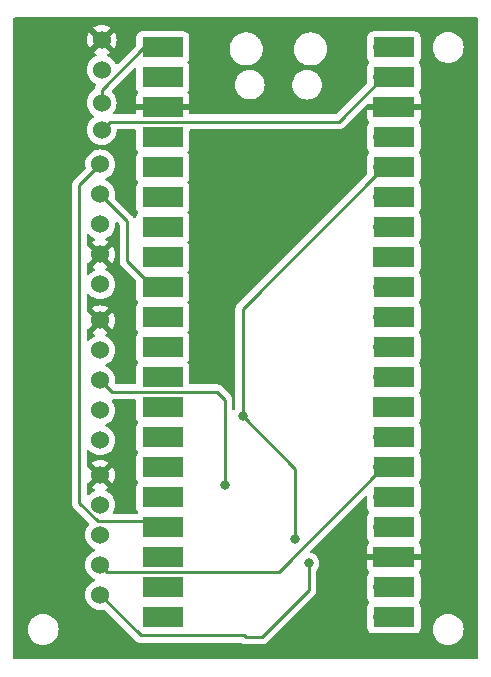
<source format=gbr>
%TF.GenerationSoftware,KiCad,Pcbnew,(7.0.0)*%
%TF.CreationDate,2023-04-25T12:57:34+01:00*%
%TF.ProjectId,LiDAR-Board,4c694441-522d-4426-9f61-72642e6b6963,rev?*%
%TF.SameCoordinates,Original*%
%TF.FileFunction,Copper,L1,Top*%
%TF.FilePolarity,Positive*%
%FSLAX46Y46*%
G04 Gerber Fmt 4.6, Leading zero omitted, Abs format (unit mm)*
G04 Created by KiCad (PCBNEW (7.0.0)) date 2023-04-25 12:57:34*
%MOMM*%
%LPD*%
G01*
G04 APERTURE LIST*
%TA.AperFunction,ComponentPad*%
%ADD10C,1.524000*%
%TD*%
%TA.AperFunction,ComponentPad*%
%ADD11O,1.700000X1.700000*%
%TD*%
%TA.AperFunction,SMDPad,CuDef*%
%ADD12R,3.500000X1.700000*%
%TD*%
%TA.AperFunction,ComponentPad*%
%ADD13R,1.700000X1.700000*%
%TD*%
%TA.AperFunction,ViaPad*%
%ADD14C,0.800000*%
%TD*%
%TA.AperFunction,Conductor*%
%ADD15C,0.250000*%
%TD*%
G04 APERTURE END LIST*
D10*
%TO.P,U3,1,3V-5V*%
%TO.N,3V3_BOARD_OUT*%
X134940000Y-120965000D03*
%TO.P,U3,2,SDA*%
%TO.N,SDA*%
X134940000Y-118425000D03*
%TO.P,U3,3,SCL*%
%TO.N,Net-(Q2-C)*%
X134940000Y-115885000D03*
%TO.P,U3,4,INT*%
%TO.N,INT_2*%
X134940000Y-113345000D03*
%TO.P,U3,5,GND*%
%TO.N,Earth*%
X134940000Y-110805000D03*
%TD*%
D11*
%TO.P,U1,1,GPIO0*%
%TO.N,UART_0_TX*%
X141135999Y-87690999D03*
D12*
X140235999Y-87690999D03*
D11*
%TO.P,U1,2,GPIO1*%
%TO.N,UART_0_RX*%
X141135999Y-90230999D03*
D12*
X140235999Y-90230999D03*
D13*
%TO.P,U1,3,GND*%
%TO.N,Earth*%
X141135999Y-92770999D03*
D12*
X140235999Y-92770999D03*
D11*
%TO.P,U1,4,GPIO2*%
%TO.N,unconnected-(U1-GPIO2-Pad4)*%
X141135999Y-95310999D03*
D12*
X140235999Y-95310999D03*
D11*
%TO.P,U1,5,GPIO3*%
%TO.N,unconnected-(U1-GPIO3-Pad5)*%
X141135999Y-97850999D03*
D12*
X140235999Y-97850999D03*
D11*
%TO.P,U1,6,GPIO4*%
%TO.N,unconnected-(U1-GPIO4-Pad6)*%
X141135999Y-100390999D03*
D12*
X140235999Y-100390999D03*
D11*
%TO.P,U1,7,GPIO5*%
%TO.N,unconnected-(U1-GPIO5-Pad7)*%
X141135999Y-102930999D03*
D12*
X140235999Y-102930999D03*
D13*
%TO.P,U1,8,GND*%
%TO.N,unconnected-(U1-GND-Pad8)*%
X141135999Y-105470999D03*
D12*
X140235999Y-105470999D03*
D11*
%TO.P,U1,9,GPIO6*%
%TO.N,IMU_SDA*%
X141135999Y-108010999D03*
D12*
X140235999Y-108010999D03*
D11*
%TO.P,U1,10,GPIO7*%
%TO.N,IMU_SCL*%
X141135999Y-110550999D03*
D12*
X140235999Y-110550999D03*
D11*
%TO.P,U1,11,GPIO8*%
%TO.N,unconnected-(U1-GPIO8-Pad11)*%
X141135999Y-113090999D03*
D12*
X140235999Y-113090999D03*
D11*
%TO.P,U1,12,GPIO9*%
%TO.N,unconnected-(U1-GPIO9-Pad12)*%
X141135999Y-115630999D03*
D12*
X140235999Y-115630999D03*
D13*
%TO.P,U1,13,GND*%
%TO.N,unconnected-(U1-GND-Pad13)*%
X141135999Y-118170999D03*
D12*
X140235999Y-118170999D03*
D11*
%TO.P,U1,14,GPIO10*%
%TO.N,unconnected-(U1-GPIO10-Pad14)*%
X141135999Y-120710999D03*
D12*
X140235999Y-120710999D03*
D11*
%TO.P,U1,15,GPIO11*%
%TO.N,unconnected-(U1-GPIO11-Pad15)*%
X141135999Y-123250999D03*
D12*
X140235999Y-123250999D03*
D11*
%TO.P,U1,16,GPIO12*%
%TO.N,unconnected-(U1-GPIO12-Pad16)*%
X141135999Y-125790999D03*
D12*
X140235999Y-125790999D03*
D11*
%TO.P,U1,17,GPIO13*%
%TO.N,IMU_INT*%
X141135999Y-128330999D03*
D12*
X140235999Y-128330999D03*
D13*
%TO.P,U1,18,GND*%
%TO.N,unconnected-(U1-GND-Pad18)*%
X141135999Y-130870999D03*
D12*
X140235999Y-130870999D03*
D11*
%TO.P,U1,19,GPIO14*%
%TO.N,unconnected-(U1-GPIO14-Pad19)*%
X141135999Y-133410999D03*
D12*
X140235999Y-133410999D03*
D11*
%TO.P,U1,20,GPIO15*%
%TO.N,unconnected-(U1-GPIO15-Pad20)*%
X141135999Y-135950999D03*
D12*
X140235999Y-135950999D03*
D11*
%TO.P,U1,21,GPIO16*%
%TO.N,INT_2*%
X158915999Y-135950999D03*
D12*
X159815999Y-135950999D03*
D11*
%TO.P,U1,22,GPIO17*%
%TO.N,INT_1*%
X158915999Y-133410999D03*
D12*
X159815999Y-133410999D03*
D13*
%TO.P,U1,23,GND*%
%TO.N,Earth*%
X158915999Y-130870999D03*
D12*
X159815999Y-130870999D03*
D11*
%TO.P,U1,24,GPIO18*%
%TO.N,Net-(U1-GPIO18)*%
X158915999Y-128330999D03*
D12*
X159815999Y-128330999D03*
D11*
%TO.P,U1,25,GPIO19*%
%TO.N,Net-(U1-GPIO19)*%
X158915999Y-125790999D03*
D12*
X159815999Y-125790999D03*
D11*
%TO.P,U1,26,GPIO20*%
%TO.N,SDA*%
X158915999Y-123250999D03*
D12*
X159815999Y-123250999D03*
D11*
%TO.P,U1,27,GPIO21*%
%TO.N,SCL*%
X158915999Y-120710999D03*
D12*
X159815999Y-120710999D03*
D13*
%TO.P,U1,28,GND*%
%TO.N,unconnected-(U1-GND-Pad28)*%
X158915999Y-118170999D03*
D12*
X159815999Y-118170999D03*
D11*
%TO.P,U1,29,GPIO22*%
%TO.N,unconnected-(U1-GPIO22-Pad29)*%
X158915999Y-115630999D03*
D12*
X159815999Y-115630999D03*
D11*
%TO.P,U1,30,RUN*%
%TO.N,unconnected-(U1-RUN-Pad30)*%
X158915999Y-113090999D03*
D12*
X159815999Y-113090999D03*
D11*
%TO.P,U1,31,GPIO26_ADC0*%
%TO.N,unconnected-(U1-GPIO26_ADC0-Pad31)*%
X158915999Y-110550999D03*
D12*
X159815999Y-110550999D03*
D11*
%TO.P,U1,32,GPIO27_ADC1*%
%TO.N,unconnected-(U1-GPIO27_ADC1-Pad32)*%
X158915999Y-108010999D03*
D12*
X159815999Y-108010999D03*
D13*
%TO.P,U1,33,AGND*%
%TO.N,unconnected-(U1-AGND-Pad33)*%
X158915999Y-105470999D03*
D12*
X159815999Y-105470999D03*
D11*
%TO.P,U1,34,GPIO28_ADC2*%
%TO.N,unconnected-(U1-GPIO28_ADC2-Pad34)*%
X158915999Y-102930999D03*
D12*
X159815999Y-102930999D03*
D11*
%TO.P,U1,35,ADC_VREF*%
%TO.N,unconnected-(U1-ADC_VREF-Pad35)*%
X158915999Y-100390999D03*
D12*
X159815999Y-100390999D03*
D11*
%TO.P,U1,36,3V3*%
%TO.N,3V3_BOARD_OUT*%
X158915999Y-97850999D03*
D12*
X159815999Y-97850999D03*
D11*
%TO.P,U1,37,3V3_EN*%
%TO.N,unconnected-(U1-3V3_EN-Pad37)*%
X158915999Y-95310999D03*
D12*
X159815999Y-95310999D03*
D13*
%TO.P,U1,38,GND*%
%TO.N,Earth*%
X158915999Y-92770999D03*
D12*
X159815999Y-92770999D03*
D11*
%TO.P,U1,39,VSYS*%
%TO.N,5V_MAIN_BOARD*%
X158915999Y-90230999D03*
D12*
X159815999Y-90230999D03*
D11*
%TO.P,U1,40,VBUS*%
%TO.N,unconnected-(U1-VBUS-Pad40)*%
X158915999Y-87690999D03*
D12*
X159815999Y-87690999D03*
%TD*%
D10*
%TO.P,U4,1,VCC*%
%TO.N,5V_MAIN_BOARD*%
X134940000Y-107757000D03*
%TO.P,U4,2,GND*%
%TO.N,Earth*%
X134940000Y-105217000D03*
%TO.P,U4,3,SCL*%
%TO.N,IMU_SCL*%
X134940000Y-102677000D03*
%TO.P,U4,4,SDA*%
%TO.N,IMU_SDA*%
X134940000Y-100137000D03*
%TO.P,U4,8,INT*%
%TO.N,IMU_INT*%
X134940000Y-97597000D03*
%TD*%
%TO.P,U2,1,3V-5V*%
%TO.N,3V3_BOARD_OUT*%
X134940000Y-134046000D03*
%TO.P,U2,2,SDA*%
%TO.N,SDA*%
X134940000Y-131506000D03*
%TO.P,U2,3,SCL*%
%TO.N,Net-(Q1-C)*%
X134940000Y-128966000D03*
%TO.P,U2,4,INT*%
%TO.N,INT_1*%
X134940000Y-126426000D03*
%TO.P,U2,5,GND*%
%TO.N,Earth*%
X134940000Y-123886000D03*
%TD*%
%TO.P,J1,1,Pin_1*%
%TO.N,5V_MAIN_BOARD*%
X135067000Y-94676000D03*
%TO.P,J1,2,Pin_2*%
%TO.N,UART_0_TX*%
X135067000Y-92390000D03*
%TO.P,J1,3,Pin_3*%
%TO.N,UART_0_RX*%
X135067000Y-89596000D03*
%TO.P,J1,4,Pin_4*%
%TO.N,Earth*%
X135067000Y-87056000D03*
%TD*%
D14*
%TO.N,Net-(Q2-C)*%
X145481000Y-124775000D03*
%TO.N,3V3_BOARD_OUT*%
X152593000Y-131379000D03*
X151450000Y-129347000D03*
X147005000Y-118933000D03*
%TO.N,Earth*%
X136845000Y-115250000D03*
X137099000Y-121473000D03*
X136845000Y-118044000D03*
X136972000Y-112456000D03*
%TD*%
D15*
%TO.N,IMU_SDA*%
X137226000Y-102423000D02*
X134940000Y-100137000D01*
X139426000Y-108011000D02*
X137226000Y-105811000D01*
X137226000Y-105811000D02*
X137226000Y-102423000D01*
X141136000Y-108011000D02*
X139426000Y-108011000D01*
%TO.N,Net-(Q2-C)*%
X145481000Y-124775000D02*
X145481000Y-117526000D01*
X135911000Y-116856000D02*
X134940000Y-115885000D01*
X145481000Y-117526000D02*
X144811000Y-116856000D01*
X144811000Y-116856000D02*
X135911000Y-116856000D01*
%TO.N,UART_0_TX*%
X135067000Y-92390000D02*
X135067000Y-91312370D01*
X138688370Y-87691000D02*
X141136000Y-87691000D01*
X135067000Y-91312370D02*
X138688370Y-87691000D01*
%TO.N,SDA*%
X150071000Y-132096000D02*
X158916000Y-123251000D01*
X135530000Y-132096000D02*
X150071000Y-132096000D01*
X134940000Y-131506000D02*
X135530000Y-132096000D01*
%TO.N,IMU_INT*%
X133162000Y-99375000D02*
X133162000Y-126255961D01*
X140634000Y-127829000D02*
X141136000Y-128331000D01*
X133162000Y-126255961D02*
X134735039Y-127829000D01*
X134735039Y-127829000D02*
X140634000Y-127829000D01*
X134940000Y-97597000D02*
X133162000Y-99375000D01*
%TO.N,3V3_BOARD_OUT*%
X147132000Y-137475000D02*
X147259000Y-137602000D01*
X152593000Y-133665000D02*
X152593000Y-131506000D01*
X151450000Y-123378000D02*
X147005000Y-118933000D01*
X158916000Y-97941000D02*
X158916000Y-97851000D01*
X134940000Y-134046000D02*
X138369000Y-137475000D01*
X152593000Y-131506000D02*
X152593000Y-131379000D01*
X147005000Y-109852000D02*
X158916000Y-97941000D01*
X147259000Y-137602000D02*
X148656000Y-137602000D01*
X148656000Y-137602000D02*
X152593000Y-133665000D01*
X151450000Y-129347000D02*
X151450000Y-123378000D01*
X147005000Y-118933000D02*
X147005000Y-109852000D01*
X138369000Y-137475000D02*
X147132000Y-137475000D01*
%TO.N,5V_MAIN_BOARD*%
X135067000Y-94676000D02*
X135747000Y-93996000D01*
X135747000Y-93996000D02*
X155151000Y-93996000D01*
X155151000Y-93996000D02*
X158916000Y-90231000D01*
%TD*%
%TA.AperFunction,Conductor*%
%TO.N,Earth*%
G36*
X137923500Y-117498113D02*
G01*
X137968887Y-117543500D01*
X137985500Y-117605500D01*
X137985500Y-119065560D01*
X137985500Y-119065578D01*
X137985501Y-119068872D01*
X137985853Y-119072150D01*
X137985854Y-119072161D01*
X137991079Y-119120768D01*
X137991080Y-119120773D01*
X137991909Y-119128483D01*
X137994619Y-119135749D01*
X137994620Y-119135753D01*
X138028217Y-119225831D01*
X138042204Y-119263331D01*
X138047518Y-119270430D01*
X138047519Y-119270431D01*
X138119577Y-119366689D01*
X138141476Y-119414642D01*
X138141476Y-119467358D01*
X138119577Y-119515311D01*
X138047519Y-119611568D01*
X138047516Y-119611572D01*
X138042204Y-119618669D01*
X138039104Y-119626978D01*
X138039104Y-119626980D01*
X137994620Y-119746247D01*
X137994619Y-119746250D01*
X137991909Y-119753517D01*
X137991079Y-119761227D01*
X137991079Y-119761232D01*
X137985855Y-119809819D01*
X137985854Y-119809831D01*
X137985500Y-119813127D01*
X137985500Y-119816448D01*
X137985500Y-119816449D01*
X137985500Y-121605560D01*
X137985500Y-121605578D01*
X137985501Y-121608872D01*
X137985853Y-121612150D01*
X137985854Y-121612161D01*
X137991079Y-121660768D01*
X137991080Y-121660773D01*
X137991909Y-121668483D01*
X137994619Y-121675749D01*
X137994620Y-121675753D01*
X138028217Y-121765831D01*
X138042204Y-121803331D01*
X138047518Y-121810430D01*
X138047519Y-121810431D01*
X138119577Y-121906689D01*
X138141476Y-121954642D01*
X138141476Y-122007358D01*
X138119577Y-122055311D01*
X138047519Y-122151568D01*
X138047516Y-122151572D01*
X138042204Y-122158669D01*
X138039104Y-122166978D01*
X138039104Y-122166980D01*
X137994620Y-122286247D01*
X137994619Y-122286250D01*
X137991909Y-122293517D01*
X137991079Y-122301227D01*
X137991079Y-122301232D01*
X137985855Y-122349819D01*
X137985854Y-122349831D01*
X137985500Y-122353127D01*
X137985500Y-122356448D01*
X137985500Y-122356449D01*
X137985500Y-124145560D01*
X137985500Y-124145578D01*
X137985501Y-124148872D01*
X137985853Y-124152150D01*
X137985854Y-124152161D01*
X137991079Y-124200768D01*
X137991080Y-124200773D01*
X137991909Y-124208483D01*
X137994619Y-124215749D01*
X137994620Y-124215753D01*
X138007802Y-124251095D01*
X138042204Y-124343331D01*
X138047518Y-124350430D01*
X138047519Y-124350431D01*
X138119577Y-124446689D01*
X138141476Y-124494642D01*
X138141476Y-124547358D01*
X138119577Y-124595311D01*
X138047519Y-124691568D01*
X138047516Y-124691572D01*
X138042204Y-124698669D01*
X138039104Y-124706978D01*
X138039104Y-124706980D01*
X137994620Y-124826247D01*
X137994619Y-124826250D01*
X137991909Y-124833517D01*
X137991079Y-124841227D01*
X137991079Y-124841232D01*
X137985855Y-124889819D01*
X137985854Y-124889831D01*
X137985500Y-124893127D01*
X137985500Y-124896448D01*
X137985500Y-124896449D01*
X137985500Y-126685560D01*
X137985500Y-126685578D01*
X137985501Y-126688872D01*
X137985853Y-126692150D01*
X137985854Y-126692161D01*
X137991079Y-126740768D01*
X137991080Y-126740773D01*
X137991909Y-126748483D01*
X137994619Y-126755749D01*
X137994620Y-126755753D01*
X138028217Y-126845831D01*
X138042204Y-126883331D01*
X138047518Y-126890430D01*
X138047519Y-126890431D01*
X138119577Y-126986689D01*
X138141476Y-127034641D01*
X138141477Y-127087355D01*
X138119579Y-127135307D01*
X138105731Y-127153807D01*
X138061968Y-127190383D01*
X138006462Y-127203500D01*
X136165102Y-127203500D01*
X136105459Y-127188214D01*
X136060522Y-127146125D01*
X136041368Y-127087610D01*
X136052720Y-127027096D01*
X136119758Y-126883331D01*
X136130894Y-126859450D01*
X136188070Y-126646068D01*
X136207323Y-126426000D01*
X136188070Y-126205932D01*
X136180635Y-126178186D01*
X136173307Y-126150837D01*
X136130894Y-125992550D01*
X136037534Y-125792339D01*
X135910826Y-125611380D01*
X135754620Y-125455174D01*
X135726056Y-125435173D01*
X135578096Y-125331570D01*
X135578090Y-125331566D01*
X135573662Y-125328466D01*
X135568760Y-125326180D01*
X135568758Y-125326179D01*
X135444217Y-125268105D01*
X135392041Y-125222348D01*
X135372622Y-125155722D01*
X135392042Y-125089097D01*
X135444219Y-125043340D01*
X135568499Y-124985388D01*
X135577851Y-124979989D01*
X135627064Y-124945528D01*
X135634496Y-124937419D01*
X135628582Y-124928136D01*
X134951542Y-124251095D01*
X134940000Y-124244431D01*
X134928457Y-124251095D01*
X134251416Y-124928136D01*
X134245503Y-124937418D01*
X134252936Y-124945530D01*
X134302151Y-124979991D01*
X134311499Y-124985388D01*
X134435780Y-125043341D01*
X134487956Y-125089097D01*
X134507376Y-125155722D01*
X134487957Y-125222347D01*
X134435782Y-125268105D01*
X134311245Y-125326178D01*
X134311242Y-125326179D01*
X134306339Y-125328466D01*
X134301906Y-125331569D01*
X134301899Y-125331574D01*
X134129815Y-125452068D01*
X134129810Y-125452071D01*
X134125380Y-125455174D01*
X134121556Y-125458997D01*
X134121550Y-125459003D01*
X133999181Y-125581373D01*
X133949818Y-125611623D01*
X133892102Y-125616165D01*
X133838615Y-125594010D01*
X133801015Y-125549987D01*
X133787500Y-125493692D01*
X133787500Y-124703233D01*
X133801510Y-124645977D01*
X133840375Y-124601659D01*
X133878844Y-124586698D01*
X133897862Y-124574582D01*
X134574903Y-123897541D01*
X134581567Y-123885998D01*
X135298431Y-123885998D01*
X135305095Y-123897541D01*
X135982136Y-124574582D01*
X135991419Y-124580496D01*
X135999528Y-124573064D01*
X136033989Y-124523851D01*
X136039391Y-124514494D01*
X136128135Y-124324180D01*
X136131821Y-124314056D01*
X136186173Y-124111213D01*
X136188047Y-124100581D01*
X136206349Y-123891395D01*
X136206349Y-123880605D01*
X136188047Y-123671418D01*
X136186173Y-123660786D01*
X136131822Y-123457949D01*
X136128134Y-123447815D01*
X136039388Y-123257500D01*
X136033990Y-123248150D01*
X135999529Y-123198935D01*
X135991418Y-123191502D01*
X135982139Y-123197413D01*
X135305095Y-123874456D01*
X135298431Y-123885998D01*
X134581567Y-123885998D01*
X134574903Y-123874456D01*
X133897859Y-123197413D01*
X133878850Y-123185303D01*
X133840378Y-123170343D01*
X133801511Y-123126025D01*
X133787500Y-123068767D01*
X133787500Y-122834581D01*
X134245502Y-122834581D01*
X134251413Y-122843859D01*
X134928457Y-123520903D01*
X134940000Y-123527567D01*
X134951542Y-123520903D01*
X135628582Y-122843862D01*
X135634496Y-122834579D01*
X135627065Y-122826470D01*
X135577848Y-122792008D01*
X135568496Y-122786609D01*
X135378180Y-122697864D01*
X135368056Y-122694178D01*
X135165213Y-122639826D01*
X135154581Y-122637952D01*
X134945395Y-122619651D01*
X134934605Y-122619651D01*
X134725418Y-122637952D01*
X134714786Y-122639826D01*
X134511949Y-122694177D01*
X134501815Y-122697865D01*
X134311498Y-122786612D01*
X134302154Y-122792006D01*
X134252936Y-122826468D01*
X134245502Y-122834581D01*
X133787500Y-122834581D01*
X133787500Y-121897308D01*
X133801015Y-121841013D01*
X133838615Y-121796990D01*
X133892102Y-121774835D01*
X133949818Y-121779377D01*
X133999181Y-121809627D01*
X134125380Y-121935826D01*
X134189895Y-121981000D01*
X134301903Y-122059429D01*
X134301906Y-122059430D01*
X134306338Y-122062534D01*
X134506550Y-122155894D01*
X134511770Y-122157292D01*
X134511771Y-122157293D01*
X134714699Y-122211668D01*
X134714701Y-122211668D01*
X134719932Y-122213070D01*
X134940000Y-122232323D01*
X135160068Y-122213070D01*
X135373450Y-122155894D01*
X135573662Y-122062534D01*
X135754620Y-121935826D01*
X135910826Y-121779620D01*
X136037534Y-121598662D01*
X136130894Y-121398450D01*
X136188070Y-121185068D01*
X136207323Y-120965000D01*
X136188070Y-120744932D01*
X136180423Y-120716395D01*
X136173307Y-120689837D01*
X136130894Y-120531550D01*
X136037534Y-120331339D01*
X135910826Y-120150380D01*
X135754620Y-119994174D01*
X135726056Y-119974173D01*
X135578096Y-119870570D01*
X135578090Y-119870566D01*
X135573662Y-119867466D01*
X135568757Y-119865178D01*
X135568754Y-119865177D01*
X135464255Y-119816449D01*
X135444808Y-119807381D01*
X135392634Y-119761625D01*
X135373214Y-119695000D01*
X135392634Y-119628375D01*
X135444808Y-119582618D01*
X135573662Y-119522534D01*
X135754620Y-119395826D01*
X135910826Y-119239620D01*
X136037534Y-119058662D01*
X136130894Y-118858450D01*
X136188070Y-118645068D01*
X136207323Y-118425000D01*
X136188070Y-118204932D01*
X136130894Y-117991550D01*
X136037534Y-117791339D01*
X136020820Y-117767469D01*
X135957210Y-117676623D01*
X135935050Y-117613609D01*
X135948796Y-117548243D01*
X135994457Y-117499491D01*
X136058785Y-117481500D01*
X137861500Y-117481500D01*
X137923500Y-117498113D01*
G37*
%TD.AperFunction*%
%TA.AperFunction,Conductor*%
G36*
X136359589Y-102461706D02*
G01*
X136411016Y-102492607D01*
X136564181Y-102645772D01*
X136591061Y-102686000D01*
X136600500Y-102733453D01*
X136600500Y-105733225D01*
X136599978Y-105744280D01*
X136598327Y-105751667D01*
X136598571Y-105759453D01*
X136598571Y-105759461D01*
X136600439Y-105818873D01*
X136600500Y-105822768D01*
X136600500Y-105850350D01*
X136600988Y-105854219D01*
X136600989Y-105854225D01*
X136601004Y-105854343D01*
X136601918Y-105865966D01*
X136603045Y-105901830D01*
X136603046Y-105901837D01*
X136603291Y-105909627D01*
X136605467Y-105917119D01*
X136605468Y-105917121D01*
X136608879Y-105928862D01*
X136612825Y-105947915D01*
X136615336Y-105967792D01*
X136618206Y-105975042D01*
X136618208Y-105975048D01*
X136631414Y-106008404D01*
X136635197Y-106019451D01*
X136647382Y-106061390D01*
X136651353Y-106068105D01*
X136651354Y-106068107D01*
X136657581Y-106078637D01*
X136666136Y-106096099D01*
X136670642Y-106107480D01*
X136670643Y-106107483D01*
X136673514Y-106114732D01*
X136695440Y-106144912D01*
X136699181Y-106150060D01*
X136705593Y-106159822D01*
X136723856Y-106190702D01*
X136723859Y-106190707D01*
X136727830Y-106197420D01*
X136733345Y-106202935D01*
X136741990Y-106211580D01*
X136754626Y-106226374D01*
X136761819Y-106236275D01*
X136761823Y-106236279D01*
X136766406Y-106242587D01*
X136772415Y-106247558D01*
X136772416Y-106247559D01*
X136800058Y-106270426D01*
X136808699Y-106278289D01*
X137949181Y-107418771D01*
X137976061Y-107458999D01*
X137985500Y-107506452D01*
X137985500Y-108905560D01*
X137985500Y-108905578D01*
X137985501Y-108908872D01*
X137985853Y-108912150D01*
X137985854Y-108912161D01*
X137991079Y-108960768D01*
X137991080Y-108960773D01*
X137991909Y-108968483D01*
X137994619Y-108975749D01*
X137994620Y-108975753D01*
X138005032Y-109003668D01*
X138042204Y-109103331D01*
X138047518Y-109110430D01*
X138047519Y-109110431D01*
X138119577Y-109206689D01*
X138141476Y-109254642D01*
X138141476Y-109307358D01*
X138119577Y-109355311D01*
X138047519Y-109451568D01*
X138047516Y-109451572D01*
X138042204Y-109458669D01*
X138039104Y-109466978D01*
X138039104Y-109466980D01*
X137994620Y-109586247D01*
X137994619Y-109586250D01*
X137991909Y-109593517D01*
X137991079Y-109601227D01*
X137991079Y-109601232D01*
X137985855Y-109649819D01*
X137985854Y-109649831D01*
X137985500Y-109653127D01*
X137985500Y-109656448D01*
X137985500Y-109656449D01*
X137985500Y-111445560D01*
X137985500Y-111445578D01*
X137985501Y-111448872D01*
X137985853Y-111452150D01*
X137985854Y-111452161D01*
X137991079Y-111500768D01*
X137991080Y-111500773D01*
X137991909Y-111508483D01*
X137994619Y-111515749D01*
X137994620Y-111515753D01*
X137996450Y-111520659D01*
X138042204Y-111643331D01*
X138047518Y-111650430D01*
X138047519Y-111650431D01*
X138119577Y-111746688D01*
X138141476Y-111794640D01*
X138141476Y-111847357D01*
X138119577Y-111895309D01*
X138047521Y-111991564D01*
X138047516Y-111991572D01*
X138042204Y-111998669D01*
X138039104Y-112006978D01*
X138039104Y-112006980D01*
X137994620Y-112126247D01*
X137994619Y-112126250D01*
X137991909Y-112133517D01*
X137991079Y-112141227D01*
X137991079Y-112141232D01*
X137985855Y-112189819D01*
X137985854Y-112189831D01*
X137985500Y-112193127D01*
X137985500Y-112196448D01*
X137985500Y-112196449D01*
X137985500Y-113985560D01*
X137985500Y-113985578D01*
X137985501Y-113988872D01*
X137985853Y-113992150D01*
X137985854Y-113992161D01*
X137991079Y-114040768D01*
X137991080Y-114040773D01*
X137991909Y-114048483D01*
X137994619Y-114055749D01*
X137994620Y-114055753D01*
X138028217Y-114145831D01*
X138042204Y-114183331D01*
X138047518Y-114190430D01*
X138047519Y-114190431D01*
X138119577Y-114286689D01*
X138141476Y-114334642D01*
X138141476Y-114387358D01*
X138119577Y-114435311D01*
X138047519Y-114531568D01*
X138047516Y-114531572D01*
X138042204Y-114538669D01*
X138039104Y-114546978D01*
X138039104Y-114546980D01*
X137994620Y-114666247D01*
X137994619Y-114666250D01*
X137991909Y-114673517D01*
X137991079Y-114681227D01*
X137991079Y-114681232D01*
X137985855Y-114729819D01*
X137985854Y-114729831D01*
X137985500Y-114733127D01*
X137985500Y-115456777D01*
X137985501Y-116106500D01*
X137968888Y-116168500D01*
X137923501Y-116213887D01*
X137861501Y-116230500D01*
X136312418Y-116230500D01*
X136247321Y-116212038D01*
X136201608Y-116162151D01*
X136188890Y-116095693D01*
X136206851Y-115890395D01*
X136207323Y-115885000D01*
X136188070Y-115664932D01*
X136180423Y-115636395D01*
X136173307Y-115609837D01*
X136130894Y-115451550D01*
X136037534Y-115251339D01*
X135910826Y-115070380D01*
X135754620Y-114914174D01*
X135726056Y-114894173D01*
X135578096Y-114790570D01*
X135578090Y-114790566D01*
X135573662Y-114787466D01*
X135568757Y-114785178D01*
X135568754Y-114785177D01*
X135464255Y-114736449D01*
X135444808Y-114727381D01*
X135392634Y-114681625D01*
X135373214Y-114615000D01*
X135392634Y-114548375D01*
X135444808Y-114502618D01*
X135573662Y-114442534D01*
X135754620Y-114315826D01*
X135910826Y-114159620D01*
X136037534Y-113978662D01*
X136130894Y-113778450D01*
X136188070Y-113565068D01*
X136207323Y-113345000D01*
X136188070Y-113124932D01*
X136180423Y-113096395D01*
X136173307Y-113069837D01*
X136130894Y-112911550D01*
X136037534Y-112711339D01*
X135910826Y-112530380D01*
X135754620Y-112374174D01*
X135726056Y-112354173D01*
X135578096Y-112250570D01*
X135578090Y-112250566D01*
X135573662Y-112247466D01*
X135568760Y-112245180D01*
X135568758Y-112245179D01*
X135444217Y-112187105D01*
X135392041Y-112141348D01*
X135372622Y-112074722D01*
X135392042Y-112008097D01*
X135444219Y-111962340D01*
X135568499Y-111904388D01*
X135577851Y-111898989D01*
X135627064Y-111864528D01*
X135634496Y-111856419D01*
X135628582Y-111847136D01*
X134951542Y-111170095D01*
X134939999Y-111163431D01*
X134928457Y-111170095D01*
X134251416Y-111847136D01*
X134245503Y-111856418D01*
X134252936Y-111864530D01*
X134302151Y-111898991D01*
X134311499Y-111904388D01*
X134435780Y-111962341D01*
X134487956Y-112008097D01*
X134507376Y-112074722D01*
X134487957Y-112141347D01*
X134435782Y-112187105D01*
X134311245Y-112245178D01*
X134311242Y-112245179D01*
X134306339Y-112247466D01*
X134301906Y-112250569D01*
X134301899Y-112250574D01*
X134129815Y-112371068D01*
X134129810Y-112371071D01*
X134125380Y-112374174D01*
X134121556Y-112377997D01*
X134121550Y-112378003D01*
X133999181Y-112500373D01*
X133949818Y-112530623D01*
X133892102Y-112535165D01*
X133838615Y-112513010D01*
X133801015Y-112468987D01*
X133787500Y-112412692D01*
X133787500Y-111622233D01*
X133801510Y-111564977D01*
X133840375Y-111520659D01*
X133878844Y-111505698D01*
X133897862Y-111493582D01*
X134574903Y-110816542D01*
X134581567Y-110805000D01*
X135298431Y-110805000D01*
X135305095Y-110816542D01*
X135982136Y-111493582D01*
X135991419Y-111499496D01*
X135999528Y-111492064D01*
X136033989Y-111442851D01*
X136039391Y-111433494D01*
X136128135Y-111243180D01*
X136131821Y-111233056D01*
X136186173Y-111030213D01*
X136188047Y-111019581D01*
X136206349Y-110810395D01*
X136206349Y-110799605D01*
X136188047Y-110590418D01*
X136186173Y-110579786D01*
X136131822Y-110376949D01*
X136128134Y-110366815D01*
X136039388Y-110176500D01*
X136033990Y-110167150D01*
X135999529Y-110117935D01*
X135991418Y-110110502D01*
X135982139Y-110116413D01*
X135305095Y-110793457D01*
X135298431Y-110805000D01*
X134581567Y-110805000D01*
X134574903Y-110793457D01*
X133897859Y-110116413D01*
X133878850Y-110104303D01*
X133840378Y-110089343D01*
X133801511Y-110045025D01*
X133787500Y-109987767D01*
X133787500Y-109753581D01*
X134245502Y-109753581D01*
X134251413Y-109762859D01*
X134928457Y-110439903D01*
X134940000Y-110446567D01*
X134951542Y-110439903D01*
X135628582Y-109762862D01*
X135634496Y-109753579D01*
X135627065Y-109745470D01*
X135577848Y-109711008D01*
X135568496Y-109705609D01*
X135378180Y-109616864D01*
X135368056Y-109613178D01*
X135165213Y-109558826D01*
X135154581Y-109556952D01*
X134945395Y-109538651D01*
X134934605Y-109538651D01*
X134725418Y-109556952D01*
X134714786Y-109558826D01*
X134511949Y-109613177D01*
X134501815Y-109616865D01*
X134311498Y-109705612D01*
X134302154Y-109711006D01*
X134252936Y-109745468D01*
X134245502Y-109753581D01*
X133787500Y-109753581D01*
X133787500Y-108689308D01*
X133801015Y-108633013D01*
X133838615Y-108588990D01*
X133892102Y-108566835D01*
X133949818Y-108571377D01*
X133999181Y-108601627D01*
X134125380Y-108727826D01*
X134215859Y-108791180D01*
X134301903Y-108851429D01*
X134301906Y-108851430D01*
X134306338Y-108854534D01*
X134506550Y-108947894D01*
X134511770Y-108949292D01*
X134511771Y-108949293D01*
X134714699Y-109003668D01*
X134714701Y-109003668D01*
X134719932Y-109005070D01*
X134940000Y-109024323D01*
X135160068Y-109005070D01*
X135373450Y-108947894D01*
X135573662Y-108854534D01*
X135754620Y-108727826D01*
X135910826Y-108571620D01*
X136037534Y-108390662D01*
X136130894Y-108190450D01*
X136188070Y-107977068D01*
X136207323Y-107757000D01*
X136188070Y-107536932D01*
X136130894Y-107323550D01*
X136037534Y-107123339D01*
X135910826Y-106942380D01*
X135754620Y-106786174D01*
X135690105Y-106741000D01*
X135578096Y-106662570D01*
X135578090Y-106662566D01*
X135573662Y-106659466D01*
X135568760Y-106657180D01*
X135568758Y-106657179D01*
X135444217Y-106599105D01*
X135392041Y-106553348D01*
X135372622Y-106486722D01*
X135392042Y-106420097D01*
X135444219Y-106374340D01*
X135568499Y-106316388D01*
X135577851Y-106310989D01*
X135627064Y-106276528D01*
X135634496Y-106268419D01*
X135628582Y-106259136D01*
X134951542Y-105582095D01*
X134940000Y-105575431D01*
X134928457Y-105582095D01*
X134251416Y-106259136D01*
X134245503Y-106268418D01*
X134252936Y-106276530D01*
X134302151Y-106310991D01*
X134311499Y-106316388D01*
X134435780Y-106374341D01*
X134487956Y-106420097D01*
X134507376Y-106486722D01*
X134487957Y-106553347D01*
X134435782Y-106599105D01*
X134311245Y-106657178D01*
X134311242Y-106657179D01*
X134306339Y-106659466D01*
X134301906Y-106662569D01*
X134301899Y-106662574D01*
X134129815Y-106783068D01*
X134129810Y-106783071D01*
X134125380Y-106786174D01*
X134121556Y-106789997D01*
X134121550Y-106790003D01*
X133999181Y-106912373D01*
X133949818Y-106942623D01*
X133892102Y-106947165D01*
X133838615Y-106925010D01*
X133801015Y-106880987D01*
X133787500Y-106824692D01*
X133787500Y-106034233D01*
X133801510Y-105976977D01*
X133840375Y-105932659D01*
X133878844Y-105917698D01*
X133897862Y-105905582D01*
X134574903Y-105228542D01*
X134581567Y-105217000D01*
X135298431Y-105217000D01*
X135305095Y-105228542D01*
X135982136Y-105905582D01*
X135991419Y-105911496D01*
X135999528Y-105904064D01*
X136033989Y-105854851D01*
X136039391Y-105845494D01*
X136128135Y-105655180D01*
X136131821Y-105645056D01*
X136186173Y-105442213D01*
X136188047Y-105431581D01*
X136206349Y-105222395D01*
X136206349Y-105211605D01*
X136188047Y-105002418D01*
X136186173Y-104991786D01*
X136131822Y-104788949D01*
X136128134Y-104778815D01*
X136039388Y-104588500D01*
X136033990Y-104579150D01*
X135999529Y-104529935D01*
X135991418Y-104522502D01*
X135982139Y-104528413D01*
X135305095Y-105205457D01*
X135298431Y-105217000D01*
X134581567Y-105217000D01*
X134574903Y-105205457D01*
X133897859Y-104528413D01*
X133878850Y-104516303D01*
X133840378Y-104501343D01*
X133801511Y-104457025D01*
X133787500Y-104399767D01*
X133787500Y-103609308D01*
X133801015Y-103553013D01*
X133838615Y-103508990D01*
X133892102Y-103486835D01*
X133949818Y-103491377D01*
X133999180Y-103521626D01*
X134125380Y-103647826D01*
X134215858Y-103711179D01*
X134301903Y-103771429D01*
X134301906Y-103771430D01*
X134306338Y-103774534D01*
X134435781Y-103834894D01*
X134487956Y-103880649D01*
X134507376Y-103947274D01*
X134487957Y-104013899D01*
X134435782Y-104059657D01*
X134311494Y-104117614D01*
X134302154Y-104123006D01*
X134252936Y-104157468D01*
X134245502Y-104165581D01*
X134251413Y-104174859D01*
X134928457Y-104851903D01*
X134940000Y-104858567D01*
X134951542Y-104851903D01*
X135628582Y-104174862D01*
X135634496Y-104165579D01*
X135627065Y-104157470D01*
X135577848Y-104123008D01*
X135568496Y-104117609D01*
X135444218Y-104059658D01*
X135392042Y-104013901D01*
X135372622Y-103947276D01*
X135392042Y-103880651D01*
X135444216Y-103834895D01*
X135573662Y-103774534D01*
X135754620Y-103647826D01*
X135910826Y-103491620D01*
X136037534Y-103310662D01*
X136130894Y-103110450D01*
X136188070Y-102897068D01*
X136207323Y-102677000D01*
X136199807Y-102591093D01*
X136209192Y-102531838D01*
X136245299Y-102483922D01*
X136299675Y-102458566D01*
X136359589Y-102461706D01*
G37*
%TD.AperFunction*%
%TA.AperFunction,Conductor*%
G36*
X166881500Y-85168113D02*
G01*
X166926887Y-85213500D01*
X166943500Y-85275500D01*
X166943500Y-139382500D01*
X166926887Y-139444500D01*
X166881500Y-139489887D01*
X166819500Y-139506500D01*
X127698500Y-139506500D01*
X127636500Y-139489887D01*
X127591113Y-139444500D01*
X127574500Y-139382500D01*
X127574500Y-136967000D01*
X128808532Y-136967000D01*
X128828365Y-137193692D01*
X128829762Y-137198907D01*
X128829764Y-137198916D01*
X128885858Y-137408263D01*
X128885861Y-137408271D01*
X128887261Y-137413496D01*
X128983432Y-137619734D01*
X129113953Y-137806139D01*
X129274861Y-137967047D01*
X129461266Y-138097568D01*
X129667504Y-138193739D01*
X129672734Y-138195140D01*
X129672736Y-138195141D01*
X129793502Y-138227500D01*
X129887308Y-138252635D01*
X130057216Y-138267500D01*
X130168075Y-138267500D01*
X130170784Y-138267500D01*
X130340692Y-138252635D01*
X130560496Y-138193739D01*
X130766734Y-138097568D01*
X130953139Y-137967047D01*
X131114047Y-137806139D01*
X131244568Y-137619734D01*
X131340739Y-137413496D01*
X131399635Y-137193692D01*
X131419468Y-136967000D01*
X131399635Y-136740308D01*
X131340739Y-136520504D01*
X131244568Y-136314266D01*
X131114047Y-136127861D01*
X130953139Y-135966953D01*
X130766734Y-135836432D01*
X130560496Y-135740261D01*
X130555271Y-135738861D01*
X130555263Y-135738858D01*
X130345916Y-135682764D01*
X130345907Y-135682762D01*
X130340692Y-135681365D01*
X130335304Y-135680893D01*
X130335301Y-135680893D01*
X130173484Y-135666736D01*
X130173479Y-135666735D01*
X130170784Y-135666500D01*
X130057216Y-135666500D01*
X130054521Y-135666735D01*
X130054515Y-135666736D01*
X129892698Y-135680893D01*
X129892693Y-135680893D01*
X129887308Y-135681365D01*
X129882094Y-135682762D01*
X129882083Y-135682764D01*
X129672736Y-135738858D01*
X129672724Y-135738862D01*
X129667504Y-135740261D01*
X129662599Y-135742547D01*
X129662594Y-135742550D01*
X129466176Y-135834142D01*
X129466172Y-135834144D01*
X129461266Y-135836432D01*
X129456833Y-135839535D01*
X129456826Y-135839540D01*
X129279296Y-135963847D01*
X129279291Y-135963850D01*
X129274861Y-135966953D01*
X129271037Y-135970776D01*
X129271031Y-135970782D01*
X129117782Y-136124031D01*
X129117776Y-136124037D01*
X129113953Y-136127861D01*
X129110850Y-136132291D01*
X129110847Y-136132296D01*
X128986540Y-136309826D01*
X128986535Y-136309833D01*
X128983432Y-136314266D01*
X128981144Y-136319172D01*
X128981142Y-136319176D01*
X128889550Y-136515594D01*
X128889547Y-136515599D01*
X128887261Y-136520504D01*
X128885862Y-136525724D01*
X128885858Y-136525736D01*
X128829764Y-136735083D01*
X128829762Y-136735094D01*
X128828365Y-136740308D01*
X128827893Y-136745693D01*
X128827893Y-136745698D01*
X128811837Y-136929228D01*
X128808532Y-136967000D01*
X127574500Y-136967000D01*
X127574500Y-99355196D01*
X132531840Y-99355196D01*
X132532574Y-99362961D01*
X132532574Y-99362964D01*
X132535950Y-99398676D01*
X132536500Y-99410345D01*
X132536500Y-126178186D01*
X132535978Y-126189241D01*
X132534327Y-126196628D01*
X132534571Y-126204414D01*
X132534571Y-126204422D01*
X132536439Y-126263834D01*
X132536500Y-126267729D01*
X132536500Y-126295311D01*
X132536988Y-126299180D01*
X132536989Y-126299186D01*
X132537004Y-126299304D01*
X132537918Y-126310927D01*
X132539045Y-126346791D01*
X132539046Y-126346798D01*
X132539291Y-126354588D01*
X132541467Y-126362080D01*
X132541468Y-126362082D01*
X132544879Y-126373823D01*
X132548825Y-126392876D01*
X132551336Y-126412753D01*
X132554206Y-126420003D01*
X132554208Y-126420009D01*
X132567414Y-126453365D01*
X132571197Y-126464412D01*
X132583382Y-126506351D01*
X132587353Y-126513066D01*
X132587354Y-126513068D01*
X132593581Y-126523598D01*
X132602136Y-126541060D01*
X132606642Y-126552441D01*
X132606643Y-126552444D01*
X132609514Y-126559693D01*
X132631440Y-126589873D01*
X132635181Y-126595021D01*
X132641593Y-126604783D01*
X132659856Y-126635663D01*
X132659859Y-126635668D01*
X132663830Y-126642381D01*
X132669345Y-126647896D01*
X132677990Y-126656541D01*
X132690626Y-126671335D01*
X132697819Y-126681236D01*
X132697823Y-126681240D01*
X132702406Y-126687548D01*
X132708415Y-126692519D01*
X132708416Y-126692520D01*
X132736058Y-126715387D01*
X132744699Y-126723250D01*
X133983319Y-127961870D01*
X134015412Y-128017455D01*
X134015414Y-128081639D01*
X133983325Y-128137226D01*
X133973009Y-128147542D01*
X133972993Y-128147560D01*
X133969174Y-128151380D01*
X133966072Y-128155809D01*
X133966067Y-128155816D01*
X133845574Y-128327899D01*
X133845569Y-128327906D01*
X133842466Y-128332339D01*
X133840178Y-128337245D01*
X133840176Y-128337249D01*
X133751393Y-128527643D01*
X133751388Y-128527654D01*
X133749106Y-128532550D01*
X133747706Y-128537772D01*
X133747705Y-128537777D01*
X133693331Y-128740699D01*
X133693328Y-128740711D01*
X133691930Y-128745932D01*
X133691458Y-128751321D01*
X133691457Y-128751330D01*
X133680091Y-128881256D01*
X133672677Y-128966000D01*
X133673149Y-128971395D01*
X133691457Y-129180669D01*
X133691458Y-129180676D01*
X133691930Y-129186068D01*
X133693329Y-129191289D01*
X133693331Y-129191300D01*
X133747706Y-129394228D01*
X133747708Y-129394235D01*
X133749106Y-129399450D01*
X133751392Y-129404352D01*
X133830992Y-129575057D01*
X133842466Y-129599662D01*
X133845566Y-129604090D01*
X133845570Y-129604096D01*
X133903382Y-129686659D01*
X133969174Y-129780620D01*
X134125380Y-129936826D01*
X134181968Y-129976449D01*
X134301903Y-130060429D01*
X134301906Y-130060430D01*
X134306338Y-130063534D01*
X134435189Y-130123618D01*
X134487364Y-130169373D01*
X134506784Y-130235998D01*
X134487365Y-130302623D01*
X134435190Y-130348381D01*
X134311245Y-130406178D01*
X134311242Y-130406179D01*
X134306339Y-130408466D01*
X134301906Y-130411569D01*
X134301899Y-130411574D01*
X134129815Y-130532068D01*
X134129810Y-130532071D01*
X134125380Y-130535174D01*
X134121556Y-130538997D01*
X134121550Y-130539003D01*
X133973003Y-130687550D01*
X133972997Y-130687556D01*
X133969174Y-130691380D01*
X133966071Y-130695810D01*
X133966068Y-130695815D01*
X133845574Y-130867899D01*
X133845569Y-130867906D01*
X133842466Y-130872339D01*
X133840178Y-130877245D01*
X133840176Y-130877249D01*
X133751393Y-131067643D01*
X133751388Y-131067654D01*
X133749106Y-131072550D01*
X133747706Y-131077772D01*
X133747705Y-131077777D01*
X133693331Y-131280699D01*
X133693328Y-131280711D01*
X133691930Y-131285932D01*
X133691458Y-131291321D01*
X133691457Y-131291330D01*
X133675783Y-131470500D01*
X133672677Y-131506000D01*
X133673149Y-131511395D01*
X133691457Y-131720669D01*
X133691458Y-131720676D01*
X133691930Y-131726068D01*
X133693329Y-131731289D01*
X133693331Y-131731300D01*
X133747706Y-131934228D01*
X133747708Y-131934235D01*
X133749106Y-131939450D01*
X133751392Y-131944352D01*
X133831993Y-132117204D01*
X133842466Y-132139662D01*
X133845566Y-132144090D01*
X133845570Y-132144096D01*
X133895143Y-132214893D01*
X133969174Y-132320620D01*
X134125380Y-132476826D01*
X134215858Y-132540179D01*
X134301903Y-132600429D01*
X134301906Y-132600430D01*
X134306338Y-132603534D01*
X134435189Y-132663618D01*
X134487364Y-132709373D01*
X134506784Y-132775998D01*
X134487365Y-132842623D01*
X134435190Y-132888381D01*
X134311245Y-132946178D01*
X134311242Y-132946179D01*
X134306339Y-132948466D01*
X134301906Y-132951569D01*
X134301899Y-132951574D01*
X134129815Y-133072068D01*
X134129810Y-133072071D01*
X134125380Y-133075174D01*
X134121556Y-133078997D01*
X134121550Y-133079003D01*
X133973003Y-133227550D01*
X133972997Y-133227556D01*
X133969174Y-133231380D01*
X133966071Y-133235810D01*
X133966068Y-133235815D01*
X133845574Y-133407899D01*
X133845569Y-133407906D01*
X133842466Y-133412339D01*
X133840178Y-133417245D01*
X133840176Y-133417249D01*
X133751393Y-133607643D01*
X133751388Y-133607654D01*
X133749106Y-133612550D01*
X133747706Y-133617772D01*
X133747705Y-133617777D01*
X133693331Y-133820699D01*
X133693328Y-133820711D01*
X133691930Y-133825932D01*
X133691458Y-133831321D01*
X133691457Y-133831330D01*
X133675124Y-134018033D01*
X133672677Y-134046000D01*
X133673149Y-134051395D01*
X133691457Y-134260669D01*
X133691458Y-134260676D01*
X133691930Y-134266068D01*
X133693329Y-134271289D01*
X133693331Y-134271300D01*
X133747706Y-134474228D01*
X133747708Y-134474235D01*
X133749106Y-134479450D01*
X133842466Y-134679662D01*
X133845566Y-134684090D01*
X133845570Y-134684096D01*
X133895436Y-134755311D01*
X133969174Y-134860620D01*
X134125380Y-135016826D01*
X134181968Y-135056449D01*
X134301903Y-135140429D01*
X134301906Y-135140430D01*
X134306338Y-135143534D01*
X134506550Y-135236894D01*
X134511770Y-135238292D01*
X134511771Y-135238293D01*
X134714699Y-135292668D01*
X134714701Y-135292668D01*
X134719932Y-135294070D01*
X134940000Y-135313323D01*
X135160068Y-135294070D01*
X135204019Y-135282292D01*
X135268208Y-135282292D01*
X135323796Y-135314386D01*
X137871707Y-137862298D01*
X137879159Y-137870487D01*
X137883214Y-137876877D01*
X137932223Y-137922900D01*
X137935020Y-137925611D01*
X137954529Y-137945120D01*
X137957709Y-137947587D01*
X137966571Y-137955155D01*
X137975155Y-137963217D01*
X137992732Y-137979723D01*
X137992734Y-137979724D01*
X137998418Y-137985062D01*
X138005251Y-137988818D01*
X138005252Y-137988819D01*
X138015973Y-137994713D01*
X138032234Y-138005394D01*
X138048064Y-138017673D01*
X138088155Y-138035021D01*
X138098635Y-138040155D01*
X138136908Y-138061197D01*
X138156316Y-138066180D01*
X138174717Y-138072480D01*
X138177844Y-138073833D01*
X138185944Y-138077339D01*
X138185946Y-138077339D01*
X138193104Y-138080437D01*
X138236258Y-138087271D01*
X138247644Y-138089629D01*
X138289981Y-138100500D01*
X138310017Y-138100500D01*
X138329415Y-138102027D01*
X138341486Y-138103939D01*
X138341487Y-138103939D01*
X138349196Y-138105160D01*
X138387276Y-138101560D01*
X138392676Y-138101050D01*
X138404345Y-138100500D01*
X146835549Y-138100500D01*
X146895289Y-138115839D01*
X146905975Y-138121714D01*
X146922234Y-138132394D01*
X146938064Y-138144673D01*
X146978155Y-138162021D01*
X146988635Y-138167155D01*
X147026908Y-138188197D01*
X147046316Y-138193180D01*
X147064719Y-138199481D01*
X147075944Y-138204339D01*
X147075946Y-138204339D01*
X147083104Y-138207437D01*
X147126258Y-138214271D01*
X147137644Y-138216629D01*
X147179981Y-138227500D01*
X147200017Y-138227500D01*
X147219415Y-138229027D01*
X147231486Y-138230939D01*
X147231487Y-138230939D01*
X147239196Y-138232160D01*
X147277276Y-138228560D01*
X147282676Y-138228050D01*
X147294345Y-138227500D01*
X148578225Y-138227500D01*
X148589280Y-138228021D01*
X148596667Y-138229673D01*
X148663872Y-138227561D01*
X148667768Y-138227500D01*
X148691448Y-138227500D01*
X148695350Y-138227500D01*
X148699313Y-138226999D01*
X148710963Y-138226080D01*
X148754627Y-138224709D01*
X148773861Y-138219119D01*
X148792917Y-138215174D01*
X148812792Y-138212664D01*
X148853395Y-138196587D01*
X148864450Y-138192802D01*
X148906390Y-138180618D01*
X148923629Y-138170422D01*
X148941103Y-138161862D01*
X148952474Y-138157360D01*
X148952476Y-138157358D01*
X148959732Y-138154486D01*
X148995069Y-138128811D01*
X149004824Y-138122403D01*
X149042420Y-138100170D01*
X149056584Y-138086005D01*
X149071379Y-138073368D01*
X149087587Y-138061594D01*
X149115428Y-138027938D01*
X149123279Y-138019309D01*
X151191588Y-135951000D01*
X157560341Y-135951000D01*
X157560813Y-135956394D01*
X157560813Y-135956395D01*
X157565028Y-136004576D01*
X157565500Y-136015383D01*
X157565500Y-136845560D01*
X157565501Y-136845574D01*
X157565501Y-136848872D01*
X157565853Y-136852150D01*
X157565854Y-136852161D01*
X157571079Y-136900768D01*
X157571080Y-136900773D01*
X157571909Y-136908483D01*
X157574619Y-136915749D01*
X157574620Y-136915753D01*
X157597278Y-136976500D01*
X157622204Y-137043331D01*
X157708454Y-137158546D01*
X157823669Y-137244796D01*
X157958517Y-137295091D01*
X158018127Y-137301500D01*
X158851616Y-137301499D01*
X158862425Y-137301971D01*
X158916000Y-137306659D01*
X158921394Y-137306187D01*
X158969575Y-137301971D01*
X158980384Y-137301499D01*
X161610561Y-137301499D01*
X161613872Y-137301499D01*
X161673483Y-137295091D01*
X161808331Y-137244796D01*
X161923546Y-137158546D01*
X162009796Y-137043331D01*
X162038266Y-136967000D01*
X163098532Y-136967000D01*
X163118365Y-137193692D01*
X163119762Y-137198907D01*
X163119764Y-137198916D01*
X163175858Y-137408263D01*
X163175861Y-137408271D01*
X163177261Y-137413496D01*
X163273432Y-137619734D01*
X163403953Y-137806139D01*
X163564861Y-137967047D01*
X163751266Y-138097568D01*
X163957504Y-138193739D01*
X163962734Y-138195140D01*
X163962736Y-138195141D01*
X164083502Y-138227500D01*
X164177308Y-138252635D01*
X164347216Y-138267500D01*
X164458075Y-138267500D01*
X164460784Y-138267500D01*
X164630692Y-138252635D01*
X164850496Y-138193739D01*
X165056734Y-138097568D01*
X165243139Y-137967047D01*
X165404047Y-137806139D01*
X165534568Y-137619734D01*
X165630739Y-137413496D01*
X165689635Y-137193692D01*
X165709468Y-136967000D01*
X165689635Y-136740308D01*
X165630739Y-136520504D01*
X165534568Y-136314266D01*
X165404047Y-136127861D01*
X165243139Y-135966953D01*
X165056734Y-135836432D01*
X164850496Y-135740261D01*
X164845271Y-135738861D01*
X164845263Y-135738858D01*
X164635916Y-135682764D01*
X164635907Y-135682762D01*
X164630692Y-135681365D01*
X164625304Y-135680893D01*
X164625301Y-135680893D01*
X164463484Y-135666736D01*
X164463479Y-135666735D01*
X164460784Y-135666500D01*
X164347216Y-135666500D01*
X164344521Y-135666735D01*
X164344515Y-135666736D01*
X164182698Y-135680893D01*
X164182693Y-135680893D01*
X164177308Y-135681365D01*
X164172094Y-135682762D01*
X164172083Y-135682764D01*
X163962736Y-135738858D01*
X163962724Y-135738862D01*
X163957504Y-135740261D01*
X163952599Y-135742547D01*
X163952594Y-135742550D01*
X163756176Y-135834142D01*
X163756172Y-135834144D01*
X163751266Y-135836432D01*
X163746833Y-135839535D01*
X163746826Y-135839540D01*
X163569296Y-135963847D01*
X163569291Y-135963850D01*
X163564861Y-135966953D01*
X163561037Y-135970776D01*
X163561031Y-135970782D01*
X163407782Y-136124031D01*
X163407776Y-136124037D01*
X163403953Y-136127861D01*
X163400850Y-136132291D01*
X163400847Y-136132296D01*
X163276540Y-136309826D01*
X163276535Y-136309833D01*
X163273432Y-136314266D01*
X163271144Y-136319172D01*
X163271142Y-136319176D01*
X163179550Y-136515594D01*
X163179547Y-136515599D01*
X163177261Y-136520504D01*
X163175862Y-136525724D01*
X163175858Y-136525736D01*
X163119764Y-136735083D01*
X163119762Y-136735094D01*
X163118365Y-136740308D01*
X163117893Y-136745693D01*
X163117893Y-136745698D01*
X163101837Y-136929228D01*
X163098532Y-136967000D01*
X162038266Y-136967000D01*
X162060091Y-136908483D01*
X162066500Y-136848873D01*
X162066499Y-135053128D01*
X162060091Y-134993517D01*
X162009796Y-134858669D01*
X161932421Y-134755310D01*
X161910523Y-134707358D01*
X161910523Y-134654642D01*
X161932422Y-134606689D01*
X162009796Y-134503331D01*
X162060091Y-134368483D01*
X162066500Y-134308873D01*
X162066499Y-132513128D01*
X162060091Y-132453517D01*
X162009796Y-132318669D01*
X161932110Y-132214894D01*
X161910211Y-132166941D01*
X161910211Y-132114225D01*
X161932110Y-132066272D01*
X162004037Y-131970189D01*
X162012452Y-131954777D01*
X162056888Y-131835641D01*
X162060426Y-131820667D01*
X162065646Y-131772114D01*
X162066000Y-131765518D01*
X162066000Y-131137326D01*
X162062549Y-131124450D01*
X162049674Y-131121000D01*
X157582326Y-131121000D01*
X157569450Y-131124450D01*
X157566000Y-131137326D01*
X157566000Y-131765518D01*
X157566353Y-131772114D01*
X157571573Y-131820667D01*
X157575111Y-131835641D01*
X157619547Y-131954777D01*
X157627962Y-131970189D01*
X157699889Y-132066272D01*
X157721788Y-132114225D01*
X157721788Y-132166941D01*
X157699889Y-132214893D01*
X157627521Y-132311564D01*
X157627516Y-132311572D01*
X157622204Y-132318669D01*
X157619104Y-132326978D01*
X157619104Y-132326980D01*
X157574620Y-132446247D01*
X157574619Y-132446250D01*
X157571909Y-132453517D01*
X157571079Y-132461227D01*
X157571079Y-132461232D01*
X157565855Y-132509819D01*
X157565854Y-132509831D01*
X157565500Y-132513127D01*
X157565500Y-132516449D01*
X157565500Y-133346616D01*
X157565028Y-133357421D01*
X157560341Y-133411000D01*
X157560813Y-133416394D01*
X157560813Y-133416395D01*
X157565028Y-133464576D01*
X157565500Y-133475383D01*
X157565500Y-134305560D01*
X157565500Y-134305578D01*
X157565501Y-134308872D01*
X157565853Y-134312150D01*
X157565854Y-134312161D01*
X157571079Y-134360768D01*
X157571080Y-134360773D01*
X157571909Y-134368483D01*
X157574619Y-134375749D01*
X157574620Y-134375753D01*
X157594777Y-134429795D01*
X157622204Y-134503331D01*
X157627518Y-134510430D01*
X157627519Y-134510431D01*
X157699577Y-134606689D01*
X157721476Y-134654642D01*
X157721476Y-134707358D01*
X157699577Y-134755311D01*
X157627519Y-134851568D01*
X157627516Y-134851572D01*
X157622204Y-134858669D01*
X157619104Y-134866978D01*
X157619104Y-134866980D01*
X157574620Y-134986247D01*
X157574619Y-134986250D01*
X157571909Y-134993517D01*
X157571079Y-135001227D01*
X157571079Y-135001232D01*
X157565855Y-135049819D01*
X157565854Y-135049831D01*
X157565500Y-135053127D01*
X157565500Y-135056449D01*
X157565500Y-135886616D01*
X157565028Y-135897421D01*
X157560341Y-135951000D01*
X151191588Y-135951000D01*
X152980306Y-134162282D01*
X152988482Y-134154843D01*
X152994877Y-134150786D01*
X153040933Y-134101740D01*
X153043550Y-134099038D01*
X153063120Y-134079470D01*
X153065565Y-134076316D01*
X153073155Y-134067428D01*
X153103062Y-134035582D01*
X153112713Y-134018023D01*
X153123390Y-134001770D01*
X153135673Y-133985936D01*
X153153022Y-133945841D01*
X153158157Y-133935362D01*
X153179197Y-133897092D01*
X153184178Y-133877687D01*
X153190483Y-133859277D01*
X153195339Y-133848056D01*
X153195339Y-133848055D01*
X153198438Y-133840895D01*
X153205269Y-133797756D01*
X153207639Y-133786315D01*
X153216560Y-133751574D01*
X153216559Y-133751574D01*
X153218500Y-133744019D01*
X153218500Y-133723983D01*
X153220025Y-133704597D01*
X153223160Y-133684804D01*
X153219050Y-133641324D01*
X153218500Y-133629655D01*
X153218500Y-132077687D01*
X153226736Y-132033249D01*
X153250350Y-131994715D01*
X153295697Y-131944352D01*
X153325533Y-131911216D01*
X153420179Y-131747284D01*
X153478674Y-131567256D01*
X153498460Y-131379000D01*
X153478674Y-131190744D01*
X153420179Y-131010716D01*
X153325533Y-130846784D01*
X153198871Y-130706112D01*
X153193613Y-130702292D01*
X153193611Y-130702290D01*
X153050988Y-130598669D01*
X153050987Y-130598668D01*
X153045730Y-130594849D01*
X153039792Y-130592205D01*
X152878745Y-130520501D01*
X152878740Y-130520499D01*
X152872803Y-130517856D01*
X152866444Y-130516504D01*
X152866440Y-130516503D01*
X152816559Y-130505901D01*
X152758169Y-130475667D01*
X152723446Y-130419829D01*
X152722155Y-130354088D01*
X152754657Y-130296932D01*
X157349132Y-125702458D01*
X157398495Y-125672208D01*
X157456211Y-125667666D01*
X157509698Y-125689821D01*
X157547298Y-125733844D01*
X157560522Y-125788927D01*
X157560341Y-125791000D01*
X157560813Y-125796394D01*
X157560813Y-125796395D01*
X157565028Y-125844576D01*
X157565500Y-125855383D01*
X157565500Y-126685560D01*
X157565500Y-126685578D01*
X157565501Y-126688872D01*
X157565853Y-126692150D01*
X157565854Y-126692161D01*
X157571079Y-126740768D01*
X157571080Y-126740773D01*
X157571909Y-126748483D01*
X157574619Y-126755749D01*
X157574620Y-126755753D01*
X157608217Y-126845831D01*
X157622204Y-126883331D01*
X157627518Y-126890430D01*
X157627519Y-126890431D01*
X157699577Y-126986689D01*
X157721476Y-127034642D01*
X157721476Y-127087358D01*
X157699577Y-127135311D01*
X157627519Y-127231568D01*
X157627516Y-127231572D01*
X157622204Y-127238669D01*
X157619104Y-127246978D01*
X157619104Y-127246980D01*
X157574620Y-127366247D01*
X157574619Y-127366250D01*
X157571909Y-127373517D01*
X157571079Y-127381227D01*
X157571079Y-127381232D01*
X157565855Y-127429819D01*
X157565854Y-127429831D01*
X157565500Y-127433127D01*
X157565500Y-127436449D01*
X157565500Y-128266616D01*
X157565028Y-128277421D01*
X157560341Y-128331000D01*
X157560813Y-128336394D01*
X157560813Y-128336395D01*
X157565028Y-128384576D01*
X157565500Y-128395383D01*
X157565500Y-129225560D01*
X157565500Y-129225578D01*
X157565501Y-129228872D01*
X157565853Y-129232150D01*
X157565854Y-129232161D01*
X157571079Y-129280768D01*
X157571080Y-129280773D01*
X157571909Y-129288483D01*
X157574619Y-129295749D01*
X157574620Y-129295753D01*
X157591325Y-129340540D01*
X157622204Y-129423331D01*
X157627518Y-129430430D01*
X157627519Y-129430431D01*
X157699889Y-129527105D01*
X157721788Y-129575057D01*
X157721788Y-129627774D01*
X157699889Y-129675726D01*
X157627964Y-129771806D01*
X157619547Y-129787222D01*
X157575111Y-129906358D01*
X157571573Y-129921332D01*
X157566353Y-129969885D01*
X157566000Y-129976482D01*
X157566000Y-130604674D01*
X157569450Y-130617549D01*
X157582326Y-130621000D01*
X162049674Y-130621000D01*
X162062549Y-130617549D01*
X162066000Y-130604674D01*
X162066000Y-129976482D01*
X162065646Y-129969885D01*
X162060426Y-129921332D01*
X162056888Y-129906358D01*
X162012452Y-129787222D01*
X162004037Y-129771810D01*
X161932110Y-129675727D01*
X161910211Y-129627774D01*
X161910211Y-129575057D01*
X161932111Y-129527104D01*
X161932423Y-129526688D01*
X162009796Y-129423331D01*
X162060091Y-129288483D01*
X162066500Y-129228873D01*
X162066499Y-127433128D01*
X162060091Y-127373517D01*
X162009796Y-127238669D01*
X161932421Y-127135310D01*
X161910523Y-127087358D01*
X161910523Y-127034642D01*
X161932422Y-126986689D01*
X162009796Y-126883331D01*
X162060091Y-126748483D01*
X162066500Y-126688873D01*
X162066499Y-124893128D01*
X162060091Y-124833517D01*
X162009796Y-124698669D01*
X161932421Y-124595310D01*
X161910523Y-124547358D01*
X161910523Y-124494642D01*
X161932422Y-124446689D01*
X161957721Y-124412894D01*
X162009796Y-124343331D01*
X162060091Y-124208483D01*
X162066500Y-124148873D01*
X162066499Y-122353128D01*
X162060091Y-122293517D01*
X162009796Y-122158669D01*
X161932421Y-122055310D01*
X161910523Y-122007358D01*
X161910523Y-121954642D01*
X161932422Y-121906689D01*
X161981587Y-121841013D01*
X162009796Y-121803331D01*
X162060091Y-121668483D01*
X162066500Y-121608873D01*
X162066499Y-119813128D01*
X162060091Y-119753517D01*
X162009796Y-119618669D01*
X161932421Y-119515310D01*
X161910523Y-119467358D01*
X161910523Y-119414642D01*
X161932422Y-119366689D01*
X161981587Y-119301013D01*
X162009796Y-119263331D01*
X162060091Y-119128483D01*
X162066500Y-119068873D01*
X162066499Y-117273128D01*
X162060091Y-117213517D01*
X162009796Y-117078669D01*
X161932421Y-116975310D01*
X161910523Y-116927358D01*
X161910523Y-116874642D01*
X161932422Y-116826689D01*
X161981587Y-116761013D01*
X162009796Y-116723331D01*
X162060091Y-116588483D01*
X162066500Y-116528873D01*
X162066499Y-114733128D01*
X162060091Y-114673517D01*
X162009796Y-114538669D01*
X161932421Y-114435310D01*
X161910523Y-114387358D01*
X161910523Y-114334642D01*
X161932422Y-114286689D01*
X161981587Y-114221013D01*
X162009796Y-114183331D01*
X162060091Y-114048483D01*
X162066500Y-113988873D01*
X162066499Y-112193128D01*
X162060091Y-112133517D01*
X162009796Y-111998669D01*
X161932421Y-111895309D01*
X161910523Y-111847358D01*
X161910523Y-111794642D01*
X161932422Y-111746689D01*
X161932423Y-111746688D01*
X162009796Y-111643331D01*
X162060091Y-111508483D01*
X162066500Y-111448873D01*
X162066499Y-109653128D01*
X162060091Y-109593517D01*
X162009796Y-109458669D01*
X161932421Y-109355310D01*
X161910523Y-109307358D01*
X161910523Y-109254642D01*
X161932422Y-109206689D01*
X162009796Y-109103331D01*
X162060091Y-108968483D01*
X162066500Y-108908873D01*
X162066499Y-107113128D01*
X162060091Y-107053517D01*
X162009796Y-106918669D01*
X161939445Y-106824692D01*
X161932422Y-106815310D01*
X161910523Y-106767357D01*
X161910523Y-106714640D01*
X161932423Y-106666688D01*
X162009796Y-106563331D01*
X162060091Y-106428483D01*
X162066500Y-106368873D01*
X162066499Y-104573128D01*
X162060091Y-104513517D01*
X162009796Y-104378669D01*
X161932421Y-104275310D01*
X161910523Y-104227358D01*
X161910523Y-104174642D01*
X161932422Y-104126689D01*
X161935179Y-104123006D01*
X162009796Y-104023331D01*
X162060091Y-103888483D01*
X162066500Y-103828873D01*
X162066499Y-102033128D01*
X162060091Y-101973517D01*
X162009796Y-101838669D01*
X161932421Y-101735310D01*
X161910523Y-101687358D01*
X161910523Y-101634642D01*
X161932422Y-101586689D01*
X162009796Y-101483331D01*
X162060091Y-101348483D01*
X162066500Y-101288873D01*
X162066499Y-99493128D01*
X162060091Y-99433517D01*
X162009796Y-99298669D01*
X161932421Y-99195310D01*
X161910523Y-99147358D01*
X161910523Y-99094642D01*
X161932422Y-99046689D01*
X162009796Y-98943331D01*
X162060091Y-98808483D01*
X162066500Y-98748873D01*
X162066499Y-96953128D01*
X162060091Y-96893517D01*
X162009796Y-96758669D01*
X161932421Y-96655310D01*
X161910523Y-96607358D01*
X161910523Y-96554642D01*
X161932422Y-96506689D01*
X162009796Y-96403331D01*
X162060091Y-96268483D01*
X162066500Y-96208873D01*
X162066499Y-94413128D01*
X162060091Y-94353517D01*
X162009796Y-94218669D01*
X161932110Y-94114894D01*
X161910211Y-94066941D01*
X161910211Y-94014225D01*
X161932110Y-93966272D01*
X162004037Y-93870189D01*
X162012452Y-93854777D01*
X162056888Y-93735641D01*
X162060426Y-93720667D01*
X162065646Y-93672114D01*
X162066000Y-93665518D01*
X162066000Y-93037326D01*
X162062549Y-93024450D01*
X162049674Y-93021000D01*
X157582326Y-93021000D01*
X157569450Y-93024450D01*
X157566000Y-93037326D01*
X157566000Y-93665518D01*
X157566353Y-93672114D01*
X157571573Y-93720667D01*
X157575111Y-93735641D01*
X157619547Y-93854777D01*
X157627962Y-93870189D01*
X157699889Y-93966272D01*
X157721788Y-94014225D01*
X157721788Y-94066941D01*
X157699889Y-94114893D01*
X157627521Y-94211564D01*
X157627516Y-94211572D01*
X157622204Y-94218669D01*
X157619104Y-94226978D01*
X157619104Y-94226980D01*
X157574620Y-94346247D01*
X157574619Y-94346250D01*
X157571909Y-94353517D01*
X157571079Y-94361227D01*
X157571079Y-94361232D01*
X157565855Y-94409819D01*
X157565854Y-94409831D01*
X157565500Y-94413127D01*
X157565500Y-94416449D01*
X157565500Y-95246616D01*
X157565028Y-95257421D01*
X157560341Y-95311000D01*
X157560813Y-95316394D01*
X157560813Y-95316395D01*
X157565028Y-95364576D01*
X157565500Y-95375383D01*
X157565500Y-96205560D01*
X157565500Y-96205578D01*
X157565501Y-96208872D01*
X157565853Y-96212150D01*
X157565854Y-96212161D01*
X157571079Y-96260768D01*
X157571080Y-96260773D01*
X157571909Y-96268483D01*
X157574619Y-96275749D01*
X157574620Y-96275753D01*
X157594733Y-96329677D01*
X157622204Y-96403331D01*
X157627518Y-96410430D01*
X157627519Y-96410431D01*
X157699577Y-96506689D01*
X157721476Y-96554642D01*
X157721476Y-96607358D01*
X157699577Y-96655311D01*
X157627519Y-96751568D01*
X157627516Y-96751572D01*
X157622204Y-96758669D01*
X157619104Y-96766978D01*
X157619104Y-96766980D01*
X157574620Y-96886247D01*
X157574619Y-96886250D01*
X157571909Y-96893517D01*
X157571079Y-96901227D01*
X157571079Y-96901232D01*
X157565855Y-96949819D01*
X157565854Y-96949831D01*
X157565500Y-96953127D01*
X157565500Y-96956449D01*
X157565500Y-97786616D01*
X157565028Y-97797421D01*
X157560341Y-97851000D01*
X157560813Y-97856394D01*
X157560813Y-97856396D01*
X157565028Y-97904578D01*
X157565500Y-97915384D01*
X157565500Y-98355547D01*
X157556061Y-98403000D01*
X157529181Y-98443228D01*
X146617696Y-109354711D01*
X146609511Y-109362159D01*
X146603123Y-109366214D01*
X146597788Y-109371894D01*
X146597783Y-109371899D01*
X146557096Y-109415225D01*
X146554392Y-109418016D01*
X146537628Y-109434780D01*
X146537621Y-109434787D01*
X146534880Y-109437529D01*
X146532500Y-109440596D01*
X146532489Y-109440609D01*
X146532400Y-109440725D01*
X146524842Y-109449570D01*
X146500280Y-109475727D01*
X146500273Y-109475736D01*
X146494938Y-109481418D01*
X146491182Y-109488249D01*
X146491179Y-109488254D01*
X146485285Y-109498975D01*
X146474609Y-109515227D01*
X146467109Y-109524896D01*
X146467101Y-109524907D01*
X146462327Y-109531064D01*
X146459234Y-109538208D01*
X146459229Y-109538219D01*
X146444974Y-109571160D01*
X146439838Y-109581643D01*
X146422560Y-109613073D01*
X146418803Y-109619908D01*
X146416864Y-109627456D01*
X146416863Y-109627461D01*
X146413822Y-109639307D01*
X146407521Y-109657711D01*
X146402658Y-109668948D01*
X146402656Y-109668952D01*
X146399562Y-109676104D01*
X146398342Y-109683803D01*
X146398342Y-109683805D01*
X146392729Y-109719241D01*
X146390361Y-109730676D01*
X146381438Y-109765428D01*
X146381436Y-109765436D01*
X146379500Y-109772981D01*
X146379500Y-109780777D01*
X146379500Y-109793017D01*
X146377974Y-109812402D01*
X146374840Y-109832196D01*
X146375574Y-109839961D01*
X146375574Y-109839964D01*
X146378950Y-109875676D01*
X146379500Y-109887345D01*
X146379500Y-118234313D01*
X146371264Y-118278751D01*
X146347649Y-118317286D01*
X146322649Y-118345051D01*
X146273722Y-118378301D01*
X146214958Y-118385100D01*
X146159731Y-118363900D01*
X146120611Y-118319527D01*
X146106500Y-118262078D01*
X146106500Y-117603772D01*
X146107020Y-117592719D01*
X146108672Y-117585333D01*
X146106561Y-117518145D01*
X146106500Y-117514251D01*
X146106500Y-117490545D01*
X146106500Y-117486650D01*
X146105998Y-117482681D01*
X146105080Y-117471024D01*
X146105022Y-117469183D01*
X146103709Y-117427373D01*
X146098120Y-117408140D01*
X146094174Y-117389083D01*
X146092641Y-117376944D01*
X146091664Y-117369208D01*
X146075582Y-117328591D01*
X146071803Y-117317551D01*
X146061795Y-117283102D01*
X146061793Y-117283099D01*
X146059618Y-117275610D01*
X146049417Y-117258360D01*
X146040863Y-117240901D01*
X146033486Y-117222268D01*
X146007808Y-117186925D01*
X146001401Y-117177171D01*
X146001258Y-117176930D01*
X145995074Y-117166473D01*
X145983142Y-117146296D01*
X145983141Y-117146294D01*
X145979170Y-117139580D01*
X145965005Y-117125415D01*
X145952370Y-117110622D01*
X145940594Y-117094413D01*
X145934583Y-117089440D01*
X145934581Y-117089438D01*
X145906941Y-117066573D01*
X145898300Y-117058710D01*
X145308286Y-116468695D01*
X145300842Y-116460514D01*
X145296786Y-116454123D01*
X145247775Y-116408098D01*
X145244978Y-116405387D01*
X145228227Y-116388636D01*
X145225471Y-116385880D01*
X145222290Y-116383412D01*
X145213414Y-116375830D01*
X145187269Y-116351278D01*
X145187267Y-116351276D01*
X145181582Y-116345938D01*
X145174749Y-116342182D01*
X145174743Y-116342177D01*
X145164025Y-116336285D01*
X145147766Y-116325606D01*
X145138095Y-116318104D01*
X145138092Y-116318102D01*
X145131936Y-116313327D01*
X145124779Y-116310229D01*
X145124776Y-116310228D01*
X145091849Y-116295978D01*
X145081363Y-116290841D01*
X145049932Y-116273562D01*
X145049923Y-116273558D01*
X145043092Y-116269803D01*
X145035535Y-116267862D01*
X145035531Y-116267861D01*
X145023688Y-116264820D01*
X145005284Y-116258519D01*
X144994057Y-116253660D01*
X144994050Y-116253658D01*
X144986896Y-116250562D01*
X144979192Y-116249341D01*
X144979190Y-116249341D01*
X144943759Y-116243729D01*
X144932324Y-116241361D01*
X144897571Y-116232438D01*
X144897563Y-116232437D01*
X144890019Y-116230500D01*
X144882223Y-116230500D01*
X144869983Y-116230500D01*
X144850597Y-116228974D01*
X144830804Y-116225840D01*
X144823038Y-116226574D01*
X144823035Y-116226574D01*
X144787324Y-116229950D01*
X144775655Y-116230500D01*
X142610500Y-116230500D01*
X142548500Y-116213887D01*
X142503113Y-116168500D01*
X142486500Y-116106500D01*
X142486499Y-115695385D01*
X142486971Y-115684576D01*
X142491187Y-115636394D01*
X142491659Y-115631000D01*
X142486971Y-115577421D01*
X142486499Y-115566613D01*
X142486499Y-114736439D01*
X142486499Y-114733128D01*
X142480091Y-114673517D01*
X142429796Y-114538669D01*
X142352421Y-114435310D01*
X142330523Y-114387358D01*
X142330523Y-114334642D01*
X142352422Y-114286689D01*
X142401587Y-114221013D01*
X142429796Y-114183331D01*
X142480091Y-114048483D01*
X142486500Y-113988873D01*
X142486499Y-113155383D01*
X142486971Y-113144576D01*
X142491187Y-113096394D01*
X142491659Y-113091000D01*
X142486971Y-113037421D01*
X142486499Y-113026613D01*
X142486499Y-112196439D01*
X142486499Y-112193128D01*
X142480091Y-112133517D01*
X142429796Y-111998669D01*
X142352421Y-111895309D01*
X142330523Y-111847358D01*
X142330523Y-111794642D01*
X142352422Y-111746689D01*
X142352423Y-111746688D01*
X142429796Y-111643331D01*
X142480091Y-111508483D01*
X142486500Y-111448873D01*
X142486499Y-110615383D01*
X142486971Y-110604576D01*
X142491187Y-110556394D01*
X142491659Y-110551000D01*
X142486971Y-110497421D01*
X142486499Y-110486613D01*
X142486499Y-109656439D01*
X142486499Y-109653128D01*
X142480091Y-109593517D01*
X142429796Y-109458669D01*
X142352421Y-109355310D01*
X142330523Y-109307358D01*
X142330523Y-109254642D01*
X142352422Y-109206689D01*
X142429796Y-109103331D01*
X142480091Y-108968483D01*
X142486500Y-108908873D01*
X142486499Y-108075383D01*
X142486971Y-108064576D01*
X142491187Y-108016394D01*
X142491659Y-108011000D01*
X142486971Y-107957421D01*
X142486499Y-107946613D01*
X142486499Y-107116439D01*
X142486499Y-107113128D01*
X142480091Y-107053517D01*
X142429796Y-106918669D01*
X142359445Y-106824692D01*
X142352422Y-106815310D01*
X142330523Y-106767357D01*
X142330523Y-106714640D01*
X142352423Y-106666688D01*
X142429796Y-106563331D01*
X142480091Y-106428483D01*
X142486500Y-106368873D01*
X142486499Y-104573128D01*
X142480091Y-104513517D01*
X142429796Y-104378669D01*
X142352421Y-104275310D01*
X142330523Y-104227358D01*
X142330523Y-104174642D01*
X142352422Y-104126689D01*
X142355179Y-104123006D01*
X142429796Y-104023331D01*
X142480091Y-103888483D01*
X142486500Y-103828873D01*
X142486499Y-102995383D01*
X142486971Y-102984576D01*
X142491187Y-102936394D01*
X142491659Y-102931000D01*
X142486971Y-102877421D01*
X142486499Y-102866613D01*
X142486499Y-102036439D01*
X142486499Y-102033128D01*
X142480091Y-101973517D01*
X142429796Y-101838669D01*
X142352421Y-101735310D01*
X142330523Y-101687358D01*
X142330523Y-101634642D01*
X142352422Y-101586689D01*
X142429796Y-101483331D01*
X142480091Y-101348483D01*
X142486500Y-101288873D01*
X142486499Y-100455384D01*
X142486971Y-100444576D01*
X142491187Y-100396394D01*
X142491659Y-100391000D01*
X142486971Y-100337421D01*
X142486499Y-100326613D01*
X142486499Y-99496439D01*
X142486499Y-99493128D01*
X142480091Y-99433517D01*
X142429796Y-99298669D01*
X142352421Y-99195310D01*
X142330523Y-99147358D01*
X142330523Y-99094642D01*
X142352422Y-99046689D01*
X142429796Y-98943331D01*
X142480091Y-98808483D01*
X142486500Y-98748873D01*
X142486499Y-97915384D01*
X142486971Y-97904576D01*
X142491187Y-97856394D01*
X142491659Y-97851000D01*
X142486971Y-97797421D01*
X142486499Y-97786613D01*
X142486499Y-96956439D01*
X142486499Y-96953128D01*
X142480091Y-96893517D01*
X142429796Y-96758669D01*
X142352421Y-96655310D01*
X142330523Y-96607358D01*
X142330523Y-96554642D01*
X142352422Y-96506689D01*
X142429796Y-96403331D01*
X142480091Y-96268483D01*
X142486500Y-96208873D01*
X142486499Y-95375383D01*
X142486971Y-95364576D01*
X142491187Y-95316394D01*
X142491659Y-95311000D01*
X142486971Y-95257421D01*
X142486499Y-95246613D01*
X142486499Y-94745500D01*
X142503112Y-94683500D01*
X142548499Y-94638113D01*
X142610499Y-94621500D01*
X155073225Y-94621500D01*
X155084280Y-94622021D01*
X155091667Y-94623673D01*
X155158872Y-94621561D01*
X155162768Y-94621500D01*
X155186448Y-94621500D01*
X155190350Y-94621500D01*
X155194313Y-94620999D01*
X155205963Y-94620080D01*
X155249627Y-94618709D01*
X155268861Y-94613119D01*
X155287917Y-94609174D01*
X155307792Y-94606664D01*
X155348395Y-94590587D01*
X155359450Y-94586802D01*
X155401390Y-94574618D01*
X155418629Y-94564422D01*
X155436103Y-94555862D01*
X155447474Y-94551360D01*
X155447476Y-94551358D01*
X155454732Y-94548486D01*
X155490069Y-94522811D01*
X155499824Y-94516403D01*
X155537420Y-94494170D01*
X155551584Y-94480005D01*
X155566379Y-94467368D01*
X155582587Y-94455594D01*
X155610428Y-94421938D01*
X155618279Y-94413309D01*
X157475127Y-92556461D01*
X157530715Y-92524368D01*
X157566000Y-92524370D01*
X157566000Y-92521000D01*
X162049674Y-92521000D01*
X162062549Y-92517549D01*
X162066000Y-92504674D01*
X162066000Y-91876482D01*
X162065646Y-91869885D01*
X162060426Y-91821332D01*
X162056888Y-91806358D01*
X162012452Y-91687222D01*
X162004037Y-91671810D01*
X161932110Y-91575727D01*
X161910211Y-91527774D01*
X161910211Y-91475057D01*
X161932111Y-91427104D01*
X161938048Y-91419174D01*
X162009796Y-91323331D01*
X162060091Y-91188483D01*
X162066500Y-91128873D01*
X162066499Y-89333128D01*
X162060091Y-89273517D01*
X162009796Y-89138669D01*
X161932421Y-89035310D01*
X161910523Y-88987358D01*
X161910523Y-88934642D01*
X161932422Y-88886689D01*
X161935973Y-88881946D01*
X162009796Y-88783331D01*
X162060091Y-88648483D01*
X162066500Y-88588873D01*
X162066499Y-87691000D01*
X163098532Y-87691000D01*
X163099004Y-87696394D01*
X163099004Y-87696395D01*
X163117785Y-87911071D01*
X163118365Y-87917692D01*
X163119762Y-87922907D01*
X163119764Y-87922916D01*
X163175858Y-88132263D01*
X163175861Y-88132271D01*
X163177261Y-88137496D01*
X163179549Y-88142403D01*
X163179550Y-88142405D01*
X163185604Y-88155388D01*
X163273432Y-88343734D01*
X163276539Y-88348171D01*
X163276540Y-88348173D01*
X163325418Y-88417978D01*
X163403953Y-88530139D01*
X163564861Y-88691047D01*
X163751266Y-88821568D01*
X163957504Y-88917739D01*
X163962734Y-88919140D01*
X163962736Y-88919141D01*
X164096684Y-88955032D01*
X164177308Y-88976635D01*
X164347216Y-88991500D01*
X164458075Y-88991500D01*
X164460784Y-88991500D01*
X164630692Y-88976635D01*
X164850496Y-88917739D01*
X165056734Y-88821568D01*
X165243139Y-88691047D01*
X165404047Y-88530139D01*
X165534568Y-88343734D01*
X165630739Y-88137496D01*
X165689635Y-87917692D01*
X165709468Y-87691000D01*
X165689635Y-87464308D01*
X165674928Y-87409419D01*
X165632141Y-87249736D01*
X165632140Y-87249734D01*
X165630739Y-87244504D01*
X165534568Y-87038266D01*
X165404047Y-86851861D01*
X165243139Y-86690953D01*
X165173353Y-86642089D01*
X165061173Y-86563540D01*
X165061171Y-86563539D01*
X165056734Y-86560432D01*
X164960028Y-86515337D01*
X164855405Y-86466550D01*
X164855403Y-86466549D01*
X164850496Y-86464261D01*
X164845271Y-86462861D01*
X164845263Y-86462858D01*
X164635916Y-86406764D01*
X164635907Y-86406762D01*
X164630692Y-86405365D01*
X164625304Y-86404893D01*
X164625301Y-86404893D01*
X164463484Y-86390736D01*
X164463479Y-86390735D01*
X164460784Y-86390500D01*
X164347216Y-86390500D01*
X164344521Y-86390735D01*
X164344515Y-86390736D01*
X164182698Y-86404893D01*
X164182693Y-86404893D01*
X164177308Y-86405365D01*
X164172094Y-86406762D01*
X164172083Y-86406764D01*
X163962736Y-86462858D01*
X163962724Y-86462862D01*
X163957504Y-86464261D01*
X163952599Y-86466547D01*
X163952594Y-86466550D01*
X163756176Y-86558142D01*
X163756172Y-86558144D01*
X163751266Y-86560432D01*
X163746833Y-86563535D01*
X163746826Y-86563540D01*
X163569296Y-86687847D01*
X163569291Y-86687850D01*
X163564861Y-86690953D01*
X163561037Y-86694776D01*
X163561031Y-86694782D01*
X163407782Y-86848031D01*
X163407776Y-86848037D01*
X163403953Y-86851861D01*
X163400850Y-86856291D01*
X163400847Y-86856296D01*
X163276540Y-87033826D01*
X163276535Y-87033833D01*
X163273432Y-87038266D01*
X163271144Y-87043172D01*
X163271142Y-87043176D01*
X163179550Y-87239594D01*
X163179547Y-87239599D01*
X163177261Y-87244504D01*
X163175862Y-87249724D01*
X163175858Y-87249736D01*
X163119764Y-87459083D01*
X163119762Y-87459094D01*
X163118365Y-87464308D01*
X163117893Y-87469693D01*
X163117893Y-87469698D01*
X163100249Y-87671377D01*
X163098532Y-87691000D01*
X162066499Y-87691000D01*
X162066499Y-86793128D01*
X162060091Y-86733517D01*
X162009796Y-86598669D01*
X161923546Y-86483454D01*
X161897907Y-86464261D01*
X161815431Y-86402519D01*
X161815430Y-86402518D01*
X161808331Y-86397204D01*
X161737965Y-86370959D01*
X161680752Y-86349620D01*
X161680750Y-86349619D01*
X161673483Y-86346909D01*
X161665770Y-86346079D01*
X161665767Y-86346079D01*
X161617180Y-86340855D01*
X161617169Y-86340854D01*
X161613873Y-86340500D01*
X161610551Y-86340500D01*
X158980384Y-86340500D01*
X158969578Y-86340028D01*
X158921396Y-86335813D01*
X158916000Y-86335341D01*
X158910604Y-86335813D01*
X158862419Y-86340028D01*
X158851613Y-86340500D01*
X158021439Y-86340500D01*
X158021420Y-86340500D01*
X158018128Y-86340501D01*
X158014850Y-86340853D01*
X158014838Y-86340854D01*
X157966231Y-86346079D01*
X157966225Y-86346080D01*
X157958517Y-86346909D01*
X157951252Y-86349618D01*
X157951246Y-86349620D01*
X157831980Y-86394104D01*
X157831978Y-86394104D01*
X157823669Y-86397204D01*
X157816572Y-86402516D01*
X157816568Y-86402519D01*
X157715550Y-86478141D01*
X157715546Y-86478144D01*
X157708454Y-86483454D01*
X157703144Y-86490546D01*
X157703141Y-86490550D01*
X157627519Y-86591568D01*
X157627516Y-86591572D01*
X157622204Y-86598669D01*
X157619104Y-86606978D01*
X157619104Y-86606980D01*
X157574620Y-86726247D01*
X157574619Y-86726250D01*
X157571909Y-86733517D01*
X157571079Y-86741227D01*
X157571079Y-86741232D01*
X157565855Y-86789819D01*
X157565854Y-86789831D01*
X157565500Y-86793127D01*
X157565500Y-86796449D01*
X157565500Y-87626616D01*
X157565028Y-87637421D01*
X157560341Y-87691000D01*
X157560813Y-87696394D01*
X157560813Y-87696395D01*
X157565028Y-87744576D01*
X157565500Y-87755383D01*
X157565500Y-88585560D01*
X157565500Y-88585578D01*
X157565501Y-88588872D01*
X157565853Y-88592150D01*
X157565854Y-88592161D01*
X157571079Y-88640768D01*
X157571080Y-88640773D01*
X157571909Y-88648483D01*
X157574619Y-88655749D01*
X157574620Y-88655753D01*
X157596427Y-88714220D01*
X157622204Y-88783331D01*
X157627518Y-88790430D01*
X157627519Y-88790431D01*
X157699577Y-88886689D01*
X157721476Y-88934642D01*
X157721476Y-88987358D01*
X157699577Y-89035311D01*
X157627519Y-89131568D01*
X157627516Y-89131572D01*
X157622204Y-89138669D01*
X157619104Y-89146978D01*
X157619104Y-89146980D01*
X157574620Y-89266247D01*
X157574619Y-89266250D01*
X157571909Y-89273517D01*
X157571079Y-89281227D01*
X157571079Y-89281232D01*
X157565855Y-89329819D01*
X157565854Y-89329831D01*
X157565500Y-89333127D01*
X157565500Y-89336449D01*
X157565500Y-90166616D01*
X157565028Y-90177422D01*
X157561397Y-90218928D01*
X157560341Y-90231000D01*
X157560813Y-90236394D01*
X157560813Y-90236396D01*
X157565028Y-90284578D01*
X157565500Y-90295384D01*
X157565500Y-90645546D01*
X157556061Y-90692999D01*
X157529181Y-90733227D01*
X154928228Y-93334181D01*
X154888000Y-93361061D01*
X154840547Y-93370500D01*
X142610000Y-93370500D01*
X142548000Y-93353887D01*
X142502613Y-93308500D01*
X142486000Y-93246500D01*
X142486000Y-93037326D01*
X142482549Y-93024450D01*
X142469674Y-93021000D01*
X138002326Y-93021000D01*
X137989450Y-93024450D01*
X137986000Y-93037326D01*
X137986000Y-93246500D01*
X137969387Y-93308500D01*
X137924000Y-93353887D01*
X137862000Y-93370500D01*
X136159877Y-93370500D01*
X136095549Y-93352509D01*
X136049888Y-93303757D01*
X136036142Y-93238390D01*
X136058302Y-93175377D01*
X136161429Y-93028096D01*
X136164534Y-93023662D01*
X136257894Y-92823450D01*
X136315070Y-92610068D01*
X136334323Y-92390000D01*
X136315070Y-92169932D01*
X136257894Y-91956550D01*
X136250359Y-91940392D01*
X136216834Y-91868497D01*
X136164534Y-91756339D01*
X136037826Y-91575380D01*
X135950883Y-91488437D01*
X135918789Y-91432850D01*
X135918789Y-91368662D01*
X135950881Y-91313077D01*
X137773821Y-89490137D01*
X137823182Y-89459889D01*
X137880898Y-89455347D01*
X137934385Y-89477502D01*
X137971985Y-89521525D01*
X137985500Y-89577820D01*
X137985500Y-91125560D01*
X137985500Y-91125578D01*
X137985501Y-91128872D01*
X137985853Y-91132150D01*
X137985854Y-91132161D01*
X137991079Y-91180768D01*
X137991080Y-91180773D01*
X137991909Y-91188483D01*
X137994619Y-91195749D01*
X137994620Y-91195753D01*
X138018816Y-91260624D01*
X138042204Y-91323331D01*
X138047518Y-91330430D01*
X138047519Y-91330431D01*
X138119889Y-91427105D01*
X138141788Y-91475057D01*
X138141788Y-91527774D01*
X138119889Y-91575726D01*
X138047964Y-91671806D01*
X138039547Y-91687222D01*
X137995111Y-91806358D01*
X137991573Y-91821332D01*
X137986353Y-91869885D01*
X137986000Y-91876482D01*
X137986000Y-92504674D01*
X137989450Y-92517549D01*
X138002326Y-92521000D01*
X142469674Y-92521000D01*
X142482549Y-92517549D01*
X142486000Y-92504674D01*
X142486000Y-91876482D01*
X142485646Y-91869885D01*
X142480426Y-91821332D01*
X142476888Y-91806358D01*
X142432452Y-91687222D01*
X142424037Y-91671810D01*
X142352110Y-91575727D01*
X142330211Y-91527774D01*
X142330211Y-91475057D01*
X142352111Y-91427104D01*
X142358048Y-91419174D01*
X142429796Y-91323331D01*
X142480091Y-91188483D01*
X142486500Y-91128873D01*
X142486500Y-90851000D01*
X146345723Y-90851000D01*
X146347332Y-90869399D01*
X146347678Y-90885750D01*
X146346959Y-90901765D01*
X146346959Y-90901773D01*
X146346710Y-90907330D01*
X146347456Y-90912844D01*
X146347457Y-90912845D01*
X146357444Y-90986576D01*
X146358094Y-90992412D01*
X146364321Y-91063585D01*
X146364793Y-91068977D01*
X146366192Y-91074199D01*
X146366193Y-91074203D01*
X146370461Y-91090131D01*
X146373564Y-91105577D01*
X146376178Y-91124878D01*
X146376179Y-91124885D01*
X146376925Y-91130387D01*
X146378641Y-91135668D01*
X146378643Y-91135677D01*
X146400573Y-91203169D01*
X146402417Y-91209393D01*
X146409723Y-91236659D01*
X146421425Y-91280330D01*
X146423710Y-91285230D01*
X146423714Y-91285241D01*
X146432135Y-91303300D01*
X146437682Y-91317381D01*
X146444761Y-91339166D01*
X146444763Y-91339171D01*
X146446483Y-91344464D01*
X146449118Y-91349360D01*
X146449122Y-91349370D01*
X146481127Y-91408846D01*
X146484315Y-91415199D01*
X146486169Y-91419174D01*
X146513898Y-91478639D01*
X146517004Y-91483076D01*
X146517006Y-91483078D01*
X146530406Y-91502215D01*
X146538025Y-91514578D01*
X146543523Y-91524796D01*
X146553148Y-91542681D01*
X146579501Y-91575727D01*
X146596587Y-91597152D01*
X146601214Y-91603341D01*
X146636290Y-91653434D01*
X146636295Y-91653440D01*
X146639402Y-91657877D01*
X146643231Y-91661706D01*
X146643233Y-91661708D01*
X146662186Y-91680661D01*
X146671452Y-91691029D01*
X146693492Y-91718666D01*
X146697679Y-91722324D01*
X146697680Y-91722325D01*
X146743388Y-91762259D01*
X146749484Y-91767959D01*
X146794123Y-91812598D01*
X146798562Y-91815706D01*
X146798567Y-91815710D01*
X146823329Y-91833048D01*
X146833794Y-91841245D01*
X146858806Y-91863098D01*
X146858811Y-91863101D01*
X146863004Y-91866765D01*
X146867784Y-91869621D01*
X146867787Y-91869623D01*
X146916923Y-91898980D01*
X146924449Y-91903854D01*
X146968923Y-91934995D01*
X146968927Y-91934997D01*
X146973361Y-91938102D01*
X147008799Y-91954627D01*
X147019991Y-91960560D01*
X147056236Y-91982215D01*
X147061452Y-91984172D01*
X147061451Y-91984172D01*
X147111838Y-92003082D01*
X147120660Y-92006787D01*
X147171670Y-92030575D01*
X147201326Y-92038521D01*
X147212757Y-92041584D01*
X147224233Y-92045265D01*
X147266976Y-92061307D01*
X147322024Y-92071296D01*
X147331973Y-92073528D01*
X147377790Y-92085805D01*
X147377792Y-92085805D01*
X147383023Y-92087207D01*
X147427197Y-92091071D01*
X147428814Y-92091213D01*
X147440148Y-92092734D01*
X147457460Y-92095875D01*
X147488453Y-92101500D01*
X147540985Y-92101500D01*
X147551792Y-92101972D01*
X147601000Y-92106277D01*
X147654283Y-92101615D01*
X147656026Y-92101500D01*
X147657155Y-92101500D01*
X147711172Y-92096638D01*
X147711180Y-92096727D01*
X147711479Y-92096611D01*
X147818977Y-92087207D01*
X147820499Y-92086798D01*
X147825188Y-92086377D01*
X147928621Y-92057829D01*
X147929422Y-92057611D01*
X148030330Y-92030575D01*
X148033417Y-92029134D01*
X148035344Y-92028519D01*
X148036783Y-92027978D01*
X148042170Y-92026493D01*
X148135951Y-91981329D01*
X148137007Y-91980830D01*
X148228639Y-91938102D01*
X148233089Y-91934984D01*
X148233602Y-91934689D01*
X148238677Y-91932007D01*
X148239942Y-91931250D01*
X148244973Y-91928829D01*
X148326325Y-91869721D01*
X148327993Y-91868531D01*
X148407877Y-91812598D01*
X148411712Y-91808763D01*
X148415857Y-91805285D01*
X148416039Y-91805502D01*
X148418397Y-91803488D01*
X148418375Y-91803462D01*
X148422568Y-91799797D01*
X148427078Y-91796522D01*
X148494196Y-91726320D01*
X148496054Y-91724419D01*
X148562598Y-91657877D01*
X148565710Y-91653431D01*
X148568953Y-91649567D01*
X148577239Y-91639465D01*
X148582632Y-91633825D01*
X148634256Y-91555616D01*
X148636106Y-91552895D01*
X148688102Y-91478639D01*
X148691535Y-91471277D01*
X148700438Y-91455356D01*
X148700830Y-91454761D01*
X148706635Y-91445968D01*
X148742104Y-91362982D01*
X148743735Y-91359331D01*
X148750668Y-91344464D01*
X148780575Y-91280330D01*
X148783569Y-91269152D01*
X148789325Y-91252505D01*
X148795103Y-91238988D01*
X148814436Y-91154279D01*
X148815533Y-91149863D01*
X148820272Y-91132180D01*
X148837207Y-91068977D01*
X148838516Y-91054005D01*
X148841153Y-91037227D01*
X148841231Y-91036884D01*
X148845191Y-91019537D01*
X148848932Y-90936227D01*
X148849279Y-90930984D01*
X148849384Y-90929790D01*
X148856277Y-90851000D01*
X151195723Y-90851000D01*
X151197332Y-90869399D01*
X151197678Y-90885750D01*
X151196959Y-90901765D01*
X151196959Y-90901773D01*
X151196710Y-90907330D01*
X151197456Y-90912844D01*
X151197457Y-90912845D01*
X151207444Y-90986576D01*
X151208094Y-90992412D01*
X151214321Y-91063585D01*
X151214793Y-91068977D01*
X151216192Y-91074199D01*
X151216193Y-91074203D01*
X151220461Y-91090131D01*
X151223564Y-91105577D01*
X151226178Y-91124878D01*
X151226179Y-91124885D01*
X151226925Y-91130387D01*
X151228641Y-91135668D01*
X151228643Y-91135677D01*
X151250573Y-91203169D01*
X151252417Y-91209393D01*
X151259723Y-91236659D01*
X151271425Y-91280330D01*
X151273710Y-91285230D01*
X151273714Y-91285241D01*
X151282135Y-91303300D01*
X151287682Y-91317381D01*
X151294761Y-91339166D01*
X151294763Y-91339171D01*
X151296483Y-91344464D01*
X151299118Y-91349360D01*
X151299122Y-91349370D01*
X151331127Y-91408846D01*
X151334315Y-91415199D01*
X151336169Y-91419174D01*
X151363898Y-91478639D01*
X151367004Y-91483076D01*
X151367006Y-91483078D01*
X151380406Y-91502215D01*
X151388025Y-91514578D01*
X151393523Y-91524796D01*
X151403148Y-91542681D01*
X151429501Y-91575727D01*
X151446587Y-91597152D01*
X151451214Y-91603341D01*
X151486290Y-91653434D01*
X151486295Y-91653440D01*
X151489402Y-91657877D01*
X151493231Y-91661706D01*
X151493233Y-91661708D01*
X151512186Y-91680661D01*
X151521452Y-91691029D01*
X151543492Y-91718666D01*
X151547679Y-91722324D01*
X151547680Y-91722325D01*
X151593388Y-91762259D01*
X151599484Y-91767959D01*
X151644123Y-91812598D01*
X151648562Y-91815706D01*
X151648567Y-91815710D01*
X151673329Y-91833048D01*
X151683794Y-91841245D01*
X151708806Y-91863098D01*
X151708811Y-91863101D01*
X151713004Y-91866765D01*
X151717784Y-91869621D01*
X151717787Y-91869623D01*
X151766923Y-91898980D01*
X151774449Y-91903854D01*
X151818923Y-91934995D01*
X151818927Y-91934997D01*
X151823361Y-91938102D01*
X151858799Y-91954627D01*
X151869991Y-91960560D01*
X151906236Y-91982215D01*
X151911452Y-91984172D01*
X151911451Y-91984172D01*
X151961838Y-92003082D01*
X151970660Y-92006787D01*
X152021670Y-92030575D01*
X152051326Y-92038521D01*
X152062757Y-92041584D01*
X152074233Y-92045265D01*
X152116976Y-92061307D01*
X152172024Y-92071296D01*
X152181973Y-92073528D01*
X152227790Y-92085805D01*
X152227792Y-92085805D01*
X152233023Y-92087207D01*
X152277197Y-92091071D01*
X152278814Y-92091213D01*
X152290148Y-92092734D01*
X152307460Y-92095875D01*
X152338453Y-92101500D01*
X152390985Y-92101500D01*
X152401792Y-92101972D01*
X152451000Y-92106277D01*
X152504283Y-92101615D01*
X152506026Y-92101500D01*
X152507155Y-92101500D01*
X152561172Y-92096638D01*
X152561180Y-92096727D01*
X152561479Y-92096611D01*
X152668977Y-92087207D01*
X152670499Y-92086798D01*
X152675188Y-92086377D01*
X152778621Y-92057829D01*
X152779422Y-92057611D01*
X152880330Y-92030575D01*
X152883417Y-92029134D01*
X152885344Y-92028519D01*
X152886783Y-92027978D01*
X152892170Y-92026493D01*
X152985951Y-91981329D01*
X152987007Y-91980830D01*
X153078639Y-91938102D01*
X153083089Y-91934984D01*
X153083602Y-91934689D01*
X153088677Y-91932007D01*
X153089942Y-91931250D01*
X153094973Y-91928829D01*
X153176325Y-91869721D01*
X153177993Y-91868531D01*
X153257877Y-91812598D01*
X153261712Y-91808763D01*
X153265857Y-91805285D01*
X153266039Y-91805502D01*
X153268397Y-91803488D01*
X153268375Y-91803462D01*
X153272568Y-91799797D01*
X153277078Y-91796522D01*
X153344196Y-91726320D01*
X153346054Y-91724419D01*
X153412598Y-91657877D01*
X153415710Y-91653431D01*
X153418953Y-91649567D01*
X153427239Y-91639465D01*
X153432632Y-91633825D01*
X153484256Y-91555616D01*
X153486106Y-91552895D01*
X153538102Y-91478639D01*
X153541535Y-91471277D01*
X153550438Y-91455356D01*
X153550830Y-91454761D01*
X153556635Y-91445968D01*
X153592104Y-91362982D01*
X153593735Y-91359331D01*
X153600668Y-91344464D01*
X153630575Y-91280330D01*
X153633569Y-91269152D01*
X153639325Y-91252505D01*
X153645103Y-91238988D01*
X153664436Y-91154279D01*
X153665533Y-91149863D01*
X153670272Y-91132180D01*
X153687207Y-91068977D01*
X153688516Y-91054005D01*
X153691153Y-91037227D01*
X153691231Y-91036884D01*
X153695191Y-91019537D01*
X153698932Y-90936227D01*
X153699279Y-90930984D01*
X153699384Y-90929790D01*
X153706277Y-90851000D01*
X153704667Y-90832608D01*
X153704321Y-90816239D01*
X153705290Y-90794670D01*
X153694549Y-90715380D01*
X153693905Y-90709600D01*
X153687207Y-90633023D01*
X153681537Y-90611866D01*
X153678434Y-90596414D01*
X153675823Y-90577136D01*
X153675075Y-90571613D01*
X153651421Y-90498816D01*
X153649578Y-90492592D01*
X153641652Y-90463012D01*
X153630575Y-90421670D01*
X153619861Y-90398696D01*
X153614316Y-90384617D01*
X153607239Y-90362834D01*
X153607236Y-90362827D01*
X153605517Y-90357536D01*
X153572072Y-90295385D01*
X153570869Y-90293149D01*
X153567681Y-90286794D01*
X153540390Y-90228269D01*
X153538102Y-90223362D01*
X153521591Y-90199782D01*
X153513975Y-90187423D01*
X153501491Y-90164223D01*
X153501490Y-90164221D01*
X153498852Y-90159319D01*
X153455404Y-90104837D01*
X153450776Y-90098647D01*
X153415703Y-90048558D01*
X153412598Y-90044123D01*
X153389811Y-90021336D01*
X153380546Y-90010968D01*
X153361981Y-89987689D01*
X153361980Y-89987688D01*
X153358508Y-89983334D01*
X153354318Y-89979673D01*
X153354313Y-89979668D01*
X153308610Y-89939738D01*
X153302514Y-89934039D01*
X153261706Y-89893231D01*
X153261705Y-89893230D01*
X153257877Y-89889402D01*
X153228665Y-89868947D01*
X153218202Y-89860752D01*
X153216709Y-89859448D01*
X153188996Y-89835235D01*
X153135065Y-89803013D01*
X153127550Y-89798145D01*
X153083073Y-89767002D01*
X153083067Y-89766998D01*
X153078639Y-89763898D01*
X153043200Y-89747372D01*
X153032015Y-89741442D01*
X153000545Y-89722640D01*
X153000532Y-89722634D01*
X152995764Y-89719785D01*
X152940167Y-89698919D01*
X152931349Y-89695216D01*
X152880330Y-89671425D01*
X152839228Y-89660411D01*
X152827768Y-89656735D01*
X152785024Y-89640693D01*
X152779545Y-89639698D01*
X152779543Y-89639698D01*
X152729965Y-89630700D01*
X152720018Y-89628468D01*
X152674212Y-89616195D01*
X152674204Y-89616193D01*
X152668977Y-89614793D01*
X152663583Y-89614321D01*
X152623175Y-89610785D01*
X152611857Y-89609266D01*
X152563547Y-89600500D01*
X152557973Y-89600500D01*
X152511015Y-89600500D01*
X152500208Y-89600028D01*
X152456395Y-89596195D01*
X152451000Y-89595723D01*
X152445605Y-89596195D01*
X152397722Y-89600384D01*
X152395969Y-89600500D01*
X152394845Y-89600500D01*
X152392082Y-89600748D01*
X152392073Y-89600749D01*
X152340916Y-89605352D01*
X152340613Y-89605379D01*
X152236332Y-89614503D01*
X152236321Y-89614504D01*
X152233023Y-89614793D01*
X152231500Y-89615201D01*
X152226812Y-89615623D01*
X152221457Y-89617100D01*
X152221445Y-89617103D01*
X152123521Y-89644129D01*
X152122627Y-89644373D01*
X152026898Y-89670023D01*
X152026886Y-89670027D01*
X152021670Y-89671425D01*
X152018585Y-89672862D01*
X152016616Y-89673492D01*
X152015186Y-89674028D01*
X152009830Y-89675507D01*
X152004826Y-89677916D01*
X152004817Y-89677920D01*
X151916246Y-89720573D01*
X151914852Y-89721233D01*
X151828268Y-89761608D01*
X151828247Y-89761619D01*
X151823362Y-89763898D01*
X151818939Y-89766993D01*
X151818366Y-89767325D01*
X151813291Y-89770008D01*
X151812031Y-89770760D01*
X151807027Y-89773171D01*
X151802539Y-89776431D01*
X151802525Y-89776440D01*
X151725661Y-89832284D01*
X151723903Y-89833538D01*
X151648558Y-89886296D01*
X151648554Y-89886299D01*
X151644123Y-89889402D01*
X151640295Y-89893229D01*
X151636147Y-89896710D01*
X151635968Y-89896497D01*
X151633600Y-89898518D01*
X151633620Y-89898541D01*
X151629425Y-89902205D01*
X151624922Y-89905478D01*
X151621075Y-89909501D01*
X151621071Y-89909505D01*
X151557846Y-89975632D01*
X151555904Y-89977619D01*
X151493225Y-90040299D01*
X151493220Y-90040304D01*
X151489402Y-90044123D01*
X151486300Y-90048551D01*
X151483210Y-90052235D01*
X151474782Y-90062511D01*
X151473217Y-90064147D01*
X151473208Y-90064158D01*
X151469368Y-90068175D01*
X151466304Y-90072815D01*
X151466302Y-90072819D01*
X151417775Y-90146333D01*
X151415865Y-90149141D01*
X151367004Y-90218923D01*
X151366993Y-90218940D01*
X151363898Y-90223362D01*
X151361614Y-90228258D01*
X151361605Y-90228275D01*
X151360454Y-90230744D01*
X151351575Y-90246622D01*
X151348433Y-90251381D01*
X151348424Y-90251396D01*
X151345365Y-90256032D01*
X151343179Y-90261146D01*
X151343177Y-90261150D01*
X151309893Y-90339021D01*
X151308254Y-90342689D01*
X151273712Y-90416763D01*
X151273707Y-90416774D01*
X151271425Y-90421670D01*
X151270026Y-90426886D01*
X151270021Y-90426903D01*
X151268424Y-90432863D01*
X151262682Y-90449473D01*
X151259085Y-90457889D01*
X151259080Y-90457902D01*
X151256897Y-90463012D01*
X151255659Y-90468435D01*
X151255655Y-90468448D01*
X151237574Y-90547660D01*
X151236460Y-90552156D01*
X151231698Y-90569931D01*
X151214793Y-90633023D01*
X151214321Y-90638415D01*
X151214319Y-90638427D01*
X151213481Y-90647999D01*
X151210848Y-90664761D01*
X151208047Y-90677035D01*
X151208045Y-90677042D01*
X151206809Y-90682463D01*
X151206559Y-90688023D01*
X151206559Y-90688025D01*
X151203066Y-90765776D01*
X151202719Y-90771016D01*
X151196195Y-90845603D01*
X151195723Y-90851000D01*
X148856277Y-90851000D01*
X148854667Y-90832608D01*
X148854321Y-90816239D01*
X148855290Y-90794670D01*
X148844549Y-90715380D01*
X148843905Y-90709600D01*
X148837207Y-90633023D01*
X148831537Y-90611866D01*
X148828434Y-90596414D01*
X148825823Y-90577136D01*
X148825075Y-90571613D01*
X148801421Y-90498816D01*
X148799578Y-90492592D01*
X148791652Y-90463012D01*
X148780575Y-90421670D01*
X148769861Y-90398696D01*
X148764316Y-90384617D01*
X148757239Y-90362834D01*
X148757236Y-90362827D01*
X148755517Y-90357536D01*
X148722072Y-90295385D01*
X148720869Y-90293149D01*
X148717681Y-90286794D01*
X148690390Y-90228269D01*
X148688102Y-90223362D01*
X148671591Y-90199782D01*
X148663975Y-90187423D01*
X148651491Y-90164223D01*
X148651490Y-90164221D01*
X148648852Y-90159319D01*
X148605404Y-90104837D01*
X148600776Y-90098647D01*
X148565703Y-90048558D01*
X148562598Y-90044123D01*
X148539811Y-90021336D01*
X148530546Y-90010968D01*
X148511981Y-89987689D01*
X148511980Y-89987688D01*
X148508508Y-89983334D01*
X148504318Y-89979673D01*
X148504313Y-89979668D01*
X148458610Y-89939738D01*
X148452514Y-89934039D01*
X148411706Y-89893231D01*
X148411705Y-89893230D01*
X148407877Y-89889402D01*
X148378665Y-89868947D01*
X148368202Y-89860752D01*
X148366709Y-89859448D01*
X148338996Y-89835235D01*
X148285065Y-89803013D01*
X148277550Y-89798145D01*
X148233073Y-89767002D01*
X148233067Y-89766998D01*
X148228639Y-89763898D01*
X148193200Y-89747372D01*
X148182015Y-89741442D01*
X148150545Y-89722640D01*
X148150532Y-89722634D01*
X148145764Y-89719785D01*
X148090167Y-89698919D01*
X148081349Y-89695216D01*
X148030330Y-89671425D01*
X147989228Y-89660411D01*
X147977768Y-89656735D01*
X147935024Y-89640693D01*
X147929545Y-89639698D01*
X147929543Y-89639698D01*
X147879965Y-89630700D01*
X147870018Y-89628468D01*
X147824212Y-89616195D01*
X147824204Y-89616193D01*
X147818977Y-89614793D01*
X147813583Y-89614321D01*
X147773175Y-89610785D01*
X147761857Y-89609266D01*
X147713547Y-89600500D01*
X147707973Y-89600500D01*
X147661015Y-89600500D01*
X147650208Y-89600028D01*
X147606395Y-89596195D01*
X147601000Y-89595723D01*
X147595605Y-89596195D01*
X147547722Y-89600384D01*
X147545969Y-89600500D01*
X147544845Y-89600500D01*
X147542082Y-89600748D01*
X147542073Y-89600749D01*
X147490916Y-89605352D01*
X147490613Y-89605379D01*
X147386332Y-89614503D01*
X147386321Y-89614504D01*
X147383023Y-89614793D01*
X147381500Y-89615201D01*
X147376812Y-89615623D01*
X147371457Y-89617100D01*
X147371445Y-89617103D01*
X147273521Y-89644129D01*
X147272627Y-89644373D01*
X147176898Y-89670023D01*
X147176886Y-89670027D01*
X147171670Y-89671425D01*
X147168585Y-89672862D01*
X147166616Y-89673492D01*
X147165186Y-89674028D01*
X147159830Y-89675507D01*
X147154826Y-89677916D01*
X147154817Y-89677920D01*
X147066246Y-89720573D01*
X147064852Y-89721233D01*
X146978268Y-89761608D01*
X146978247Y-89761619D01*
X146973362Y-89763898D01*
X146968939Y-89766993D01*
X146968366Y-89767325D01*
X146963291Y-89770008D01*
X146962031Y-89770760D01*
X146957027Y-89773171D01*
X146952539Y-89776431D01*
X146952525Y-89776440D01*
X146875661Y-89832284D01*
X146873903Y-89833538D01*
X146798558Y-89886296D01*
X146798554Y-89886299D01*
X146794123Y-89889402D01*
X146790295Y-89893229D01*
X146786147Y-89896710D01*
X146785968Y-89896497D01*
X146783600Y-89898518D01*
X146783620Y-89898541D01*
X146779425Y-89902205D01*
X146774922Y-89905478D01*
X146771075Y-89909501D01*
X146771071Y-89909505D01*
X146707846Y-89975632D01*
X146705904Y-89977619D01*
X146643225Y-90040299D01*
X146643220Y-90040304D01*
X146639402Y-90044123D01*
X146636300Y-90048551D01*
X146633210Y-90052235D01*
X146624782Y-90062511D01*
X146623217Y-90064147D01*
X146623208Y-90064158D01*
X146619368Y-90068175D01*
X146616304Y-90072815D01*
X146616302Y-90072819D01*
X146567775Y-90146333D01*
X146565865Y-90149141D01*
X146517004Y-90218923D01*
X146516993Y-90218940D01*
X146513898Y-90223362D01*
X146511614Y-90228258D01*
X146511605Y-90228275D01*
X146510454Y-90230744D01*
X146501575Y-90246622D01*
X146498433Y-90251381D01*
X146498424Y-90251396D01*
X146495365Y-90256032D01*
X146493179Y-90261146D01*
X146493177Y-90261150D01*
X146459893Y-90339021D01*
X146458254Y-90342689D01*
X146423712Y-90416763D01*
X146423707Y-90416774D01*
X146421425Y-90421670D01*
X146420026Y-90426886D01*
X146420021Y-90426903D01*
X146418424Y-90432863D01*
X146412682Y-90449473D01*
X146409085Y-90457889D01*
X146409080Y-90457902D01*
X146406897Y-90463012D01*
X146405659Y-90468435D01*
X146405655Y-90468448D01*
X146387574Y-90547660D01*
X146386460Y-90552156D01*
X146381698Y-90569931D01*
X146364793Y-90633023D01*
X146364321Y-90638415D01*
X146364319Y-90638427D01*
X146363481Y-90647999D01*
X146360848Y-90664761D01*
X146358047Y-90677035D01*
X146358045Y-90677042D01*
X146356809Y-90682463D01*
X146356559Y-90688023D01*
X146356559Y-90688025D01*
X146353066Y-90765776D01*
X146352719Y-90771016D01*
X146346195Y-90845603D01*
X146345723Y-90851000D01*
X142486500Y-90851000D01*
X142486499Y-90295384D01*
X142486971Y-90284576D01*
X142491187Y-90236394D01*
X142491659Y-90231000D01*
X142486971Y-90177421D01*
X142486499Y-90166613D01*
X142486499Y-89336439D01*
X142486499Y-89333128D01*
X142480091Y-89273517D01*
X142429796Y-89138669D01*
X142352421Y-89035310D01*
X142330523Y-88987358D01*
X142330523Y-88934642D01*
X142352422Y-88886689D01*
X142355973Y-88881946D01*
X142429796Y-88783331D01*
X142480091Y-88648483D01*
X142486500Y-88588873D01*
X142486499Y-87821000D01*
X145895700Y-87821000D01*
X145896123Y-87826106D01*
X145902750Y-87906097D01*
X145903061Y-87911071D01*
X145905591Y-87970607D01*
X145906820Y-87999532D01*
X145907928Y-88004676D01*
X145907929Y-88004679D01*
X145911093Y-88019358D01*
X145913451Y-88035234D01*
X145914442Y-88047197D01*
X145914443Y-88047204D01*
X145914866Y-88052305D01*
X145916123Y-88057270D01*
X145916124Y-88057274D01*
X145936660Y-88138372D01*
X145937671Y-88142685D01*
X145955935Y-88227429D01*
X145955937Y-88227436D01*
X145957046Y-88232581D01*
X145959012Y-88237473D01*
X145963334Y-88248230D01*
X145968478Y-88264013D01*
X145970583Y-88272327D01*
X145970584Y-88272330D01*
X145971843Y-88277300D01*
X145973901Y-88281993D01*
X145973905Y-88282003D01*
X146008875Y-88361727D01*
X146010370Y-88365284D01*
X146045936Y-88453790D01*
X146048694Y-88458270D01*
X146048695Y-88458271D01*
X146052980Y-88465231D01*
X146060943Y-88480430D01*
X146063008Y-88485137D01*
X146063013Y-88485147D01*
X146065076Y-88489849D01*
X146067881Y-88494142D01*
X146067883Y-88494146D01*
X146117366Y-88569886D01*
X146119146Y-88572692D01*
X146150793Y-88624089D01*
X146170931Y-88656795D01*
X146177539Y-88664303D01*
X146188267Y-88678408D01*
X146189213Y-88679856D01*
X146189216Y-88679860D01*
X146192021Y-88684153D01*
X146195496Y-88687928D01*
X146195497Y-88687929D01*
X146259077Y-88756996D01*
X146260930Y-88759054D01*
X146328436Y-88835755D01*
X146332532Y-88839063D01*
X146332538Y-88839068D01*
X146333567Y-88839899D01*
X146341920Y-88847727D01*
X146341973Y-88847670D01*
X146345744Y-88851141D01*
X146349216Y-88854913D01*
X146421194Y-88910935D01*
X146430062Y-88917837D01*
X146431795Y-88919211D01*
X146513920Y-88985523D01*
X146518523Y-88988094D01*
X146522881Y-88991040D01*
X146522789Y-88991174D01*
X146523809Y-88991860D01*
X146524035Y-88991516D01*
X146528324Y-88994318D01*
X146532374Y-88997470D01*
X146625504Y-89047869D01*
X146626844Y-89048606D01*
X146722046Y-89101790D01*
X146727021Y-89103547D01*
X146728190Y-89104076D01*
X146732552Y-89105801D01*
X146736497Y-89107936D01*
X146839944Y-89143449D01*
X146840697Y-89143712D01*
X146941858Y-89179455D01*
X146941862Y-89179456D01*
X146946829Y-89181211D01*
X146952021Y-89182100D01*
X146953439Y-89182470D01*
X146953880Y-89182563D01*
X146956019Y-89183298D01*
X147067192Y-89201849D01*
X147067608Y-89201919D01*
X147181800Y-89221500D01*
X147184951Y-89221500D01*
X147360497Y-89221500D01*
X147411917Y-89221500D01*
X147417049Y-89221500D01*
X147422109Y-89220655D01*
X147422115Y-89220655D01*
X147447529Y-89216413D01*
X147471016Y-89212493D01*
X147480861Y-89211254D01*
X147538541Y-89206346D01*
X147564124Y-89199684D01*
X147587926Y-89193487D01*
X147598760Y-89191177D01*
X147645981Y-89183298D01*
X147691190Y-89167777D01*
X147700945Y-89164428D01*
X147709941Y-89161716D01*
X147769249Y-89146275D01*
X147812649Y-89126656D01*
X147823454Y-89122371D01*
X147860650Y-89109602D01*
X147860649Y-89109602D01*
X147865503Y-89107936D01*
X147919611Y-89078653D01*
X147927541Y-89074721D01*
X147986486Y-89048077D01*
X148023120Y-89023316D01*
X148033503Y-89017018D01*
X148069626Y-88997470D01*
X148095789Y-88977106D01*
X148120879Y-88957578D01*
X148127608Y-88952694D01*
X148184003Y-88914579D01*
X148213454Y-88886351D01*
X148223067Y-88878041D01*
X148252784Y-88854913D01*
X148256262Y-88851134D01*
X148256266Y-88851131D01*
X148299070Y-88804632D01*
X148304490Y-88799100D01*
X148356118Y-88749621D01*
X148378343Y-88719569D01*
X148386805Y-88709324D01*
X148409979Y-88684153D01*
X148449233Y-88624067D01*
X148453312Y-88618203D01*
X148497879Y-88557947D01*
X148513166Y-88527624D01*
X148520071Y-88515643D01*
X148536924Y-88489849D01*
X148567130Y-88420984D01*
X148569927Y-88415045D01*
X148605207Y-88345074D01*
X148614152Y-88315864D01*
X148619156Y-88302378D01*
X148630157Y-88277300D01*
X148649450Y-88201110D01*
X148651088Y-88195255D01*
X148664951Y-88149989D01*
X148675016Y-88117123D01*
X148678459Y-88090228D01*
X148681251Y-88075535D01*
X148687134Y-88052305D01*
X148693903Y-87970600D01*
X148694485Y-87965094D01*
X148704629Y-87885880D01*
X148704629Y-87885876D01*
X148705298Y-87880654D01*
X148704291Y-87856961D01*
X148704602Y-87841481D01*
X148706300Y-87821000D01*
X151345700Y-87821000D01*
X151346123Y-87826106D01*
X151352750Y-87906097D01*
X151353061Y-87911071D01*
X151355591Y-87970607D01*
X151356820Y-87999532D01*
X151357928Y-88004676D01*
X151357929Y-88004679D01*
X151361093Y-88019358D01*
X151363451Y-88035234D01*
X151364442Y-88047197D01*
X151364443Y-88047204D01*
X151364866Y-88052305D01*
X151366123Y-88057270D01*
X151366124Y-88057274D01*
X151386660Y-88138372D01*
X151387671Y-88142685D01*
X151405935Y-88227429D01*
X151405937Y-88227436D01*
X151407046Y-88232581D01*
X151409012Y-88237473D01*
X151413334Y-88248230D01*
X151418478Y-88264013D01*
X151420583Y-88272327D01*
X151420584Y-88272330D01*
X151421843Y-88277300D01*
X151423901Y-88281993D01*
X151423905Y-88282003D01*
X151458875Y-88361727D01*
X151460370Y-88365284D01*
X151495936Y-88453790D01*
X151498694Y-88458270D01*
X151498695Y-88458271D01*
X151502980Y-88465231D01*
X151510943Y-88480430D01*
X151513008Y-88485137D01*
X151513013Y-88485147D01*
X151515076Y-88489849D01*
X151517881Y-88494142D01*
X151517883Y-88494146D01*
X151567366Y-88569886D01*
X151569146Y-88572692D01*
X151600793Y-88624089D01*
X151620931Y-88656795D01*
X151627539Y-88664303D01*
X151638267Y-88678408D01*
X151639213Y-88679856D01*
X151639216Y-88679860D01*
X151642021Y-88684153D01*
X151645496Y-88687928D01*
X151645497Y-88687929D01*
X151709077Y-88756996D01*
X151710930Y-88759054D01*
X151778436Y-88835755D01*
X151782532Y-88839063D01*
X151782538Y-88839068D01*
X151783567Y-88839899D01*
X151791920Y-88847727D01*
X151791973Y-88847670D01*
X151795744Y-88851141D01*
X151799216Y-88854913D01*
X151871194Y-88910935D01*
X151880062Y-88917837D01*
X151881795Y-88919211D01*
X151963920Y-88985523D01*
X151968523Y-88988094D01*
X151972881Y-88991040D01*
X151972789Y-88991174D01*
X151973809Y-88991860D01*
X151974035Y-88991516D01*
X151978324Y-88994318D01*
X151982374Y-88997470D01*
X152075504Y-89047869D01*
X152076844Y-89048606D01*
X152172046Y-89101790D01*
X152177021Y-89103547D01*
X152178190Y-89104076D01*
X152182552Y-89105801D01*
X152186497Y-89107936D01*
X152289944Y-89143449D01*
X152290697Y-89143712D01*
X152391858Y-89179455D01*
X152391862Y-89179456D01*
X152396829Y-89181211D01*
X152402021Y-89182100D01*
X152403439Y-89182470D01*
X152403880Y-89182563D01*
X152406019Y-89183298D01*
X152517192Y-89201849D01*
X152517608Y-89201919D01*
X152631800Y-89221500D01*
X152634951Y-89221500D01*
X152810497Y-89221500D01*
X152861917Y-89221500D01*
X152867049Y-89221500D01*
X152872109Y-89220655D01*
X152872115Y-89220655D01*
X152897529Y-89216413D01*
X152921016Y-89212493D01*
X152930861Y-89211254D01*
X152988541Y-89206346D01*
X153014124Y-89199684D01*
X153037926Y-89193487D01*
X153048760Y-89191177D01*
X153095981Y-89183298D01*
X153141190Y-89167777D01*
X153150945Y-89164428D01*
X153159941Y-89161716D01*
X153219249Y-89146275D01*
X153262649Y-89126656D01*
X153273454Y-89122371D01*
X153310650Y-89109602D01*
X153310649Y-89109602D01*
X153315503Y-89107936D01*
X153369611Y-89078653D01*
X153377541Y-89074721D01*
X153436486Y-89048077D01*
X153473120Y-89023316D01*
X153483503Y-89017018D01*
X153519626Y-88997470D01*
X153545789Y-88977106D01*
X153570879Y-88957578D01*
X153577608Y-88952694D01*
X153634003Y-88914579D01*
X153663454Y-88886351D01*
X153673067Y-88878041D01*
X153702784Y-88854913D01*
X153706262Y-88851134D01*
X153706266Y-88851131D01*
X153749070Y-88804632D01*
X153754490Y-88799100D01*
X153806118Y-88749621D01*
X153828343Y-88719569D01*
X153836805Y-88709324D01*
X153859979Y-88684153D01*
X153899233Y-88624067D01*
X153903312Y-88618203D01*
X153947879Y-88557947D01*
X153963166Y-88527624D01*
X153970071Y-88515643D01*
X153986924Y-88489849D01*
X154017130Y-88420984D01*
X154019927Y-88415045D01*
X154055207Y-88345074D01*
X154064152Y-88315864D01*
X154069156Y-88302378D01*
X154080157Y-88277300D01*
X154099450Y-88201110D01*
X154101088Y-88195255D01*
X154114951Y-88149989D01*
X154125016Y-88117123D01*
X154128459Y-88090228D01*
X154131251Y-88075535D01*
X154137134Y-88052305D01*
X154143903Y-87970600D01*
X154144485Y-87965094D01*
X154154629Y-87885880D01*
X154154629Y-87885876D01*
X154155298Y-87880654D01*
X154154291Y-87856961D01*
X154154602Y-87841481D01*
X154156300Y-87821000D01*
X154149248Y-87735905D01*
X154148938Y-87730944D01*
X154145180Y-87642468D01*
X154142930Y-87632027D01*
X154140908Y-87622646D01*
X154138547Y-87606753D01*
X154137134Y-87589695D01*
X154115328Y-87503589D01*
X154114336Y-87499354D01*
X154094954Y-87409419D01*
X154088667Y-87393773D01*
X154083521Y-87377988D01*
X154080157Y-87364700D01*
X154043102Y-87280224D01*
X154041621Y-87276696D01*
X154039164Y-87270581D01*
X154006064Y-87188210D01*
X153999019Y-87176768D01*
X153991054Y-87161567D01*
X153986924Y-87152151D01*
X153934628Y-87072106D01*
X153932879Y-87069350D01*
X153881069Y-86985205D01*
X153874454Y-86977689D01*
X153863733Y-86963592D01*
X153862790Y-86962150D01*
X153859979Y-86957847D01*
X153792876Y-86884953D01*
X153791068Y-86882944D01*
X153760340Y-86848031D01*
X153723564Y-86806245D01*
X153718441Y-86802108D01*
X153710083Y-86794275D01*
X153710031Y-86794333D01*
X153706250Y-86790852D01*
X153702784Y-86787087D01*
X153698748Y-86783946D01*
X153698743Y-86783941D01*
X153621936Y-86724161D01*
X153620198Y-86722783D01*
X153542178Y-86659786D01*
X153538080Y-86656477D01*
X153533482Y-86653908D01*
X153530909Y-86652169D01*
X153528039Y-86650369D01*
X153527965Y-86650484D01*
X153523673Y-86647680D01*
X153519626Y-86644530D01*
X153515119Y-86642091D01*
X153515113Y-86642087D01*
X153426552Y-86594161D01*
X153425094Y-86593359D01*
X153334553Y-86542779D01*
X153334551Y-86542778D01*
X153329954Y-86540210D01*
X153324987Y-86538454D01*
X153323804Y-86537920D01*
X153319441Y-86536194D01*
X153315503Y-86534064D01*
X153310656Y-86532400D01*
X153212278Y-86498626D01*
X153211234Y-86498262D01*
X153110143Y-86462545D01*
X153110135Y-86462543D01*
X153105171Y-86460789D01*
X153099980Y-86459898D01*
X153098557Y-86459528D01*
X153098114Y-86459434D01*
X153095981Y-86458702D01*
X153090940Y-86457860D01*
X153090933Y-86457859D01*
X152984772Y-86440144D01*
X152984533Y-86440103D01*
X152870200Y-86420500D01*
X152867049Y-86420500D01*
X152634951Y-86420500D01*
X152629888Y-86421344D01*
X152629885Y-86421345D01*
X152580992Y-86429503D01*
X152571102Y-86430747D01*
X152518704Y-86435207D01*
X152518697Y-86435208D01*
X152513459Y-86435654D01*
X152508373Y-86436977D01*
X152508368Y-86436979D01*
X152464078Y-86448511D01*
X152453248Y-86450819D01*
X152411083Y-86457855D01*
X152411060Y-86457860D01*
X152406019Y-86458702D01*
X152401179Y-86460363D01*
X152401173Y-86460365D01*
X152351067Y-86477567D01*
X152342052Y-86480284D01*
X152287846Y-86494398D01*
X152287842Y-86494399D01*
X152282751Y-86495725D01*
X152277962Y-86497889D01*
X152277944Y-86497896D01*
X152239361Y-86515337D01*
X152228554Y-86519624D01*
X152191358Y-86532394D01*
X152191346Y-86532399D01*
X152186497Y-86534064D01*
X152181985Y-86536505D01*
X152181982Y-86536507D01*
X152132396Y-86563341D01*
X152124459Y-86567276D01*
X152070316Y-86591751D01*
X152070303Y-86591757D01*
X152065514Y-86593923D01*
X152061160Y-86596864D01*
X152061152Y-86596870D01*
X152028881Y-86618680D01*
X152018472Y-86624993D01*
X151986888Y-86642087D01*
X151982374Y-86644530D01*
X151978330Y-86647677D01*
X151978320Y-86647684D01*
X151931124Y-86684417D01*
X151924403Y-86689296D01*
X151874859Y-86722783D01*
X151867997Y-86727421D01*
X151864200Y-86731059D01*
X151864190Y-86731068D01*
X151838549Y-86755643D01*
X151828916Y-86763969D01*
X151803267Y-86783932D01*
X151803253Y-86783944D01*
X151799216Y-86787087D01*
X151795745Y-86790856D01*
X151795741Y-86790861D01*
X151752927Y-86837369D01*
X151747499Y-86842907D01*
X151699685Y-86888733D01*
X151699678Y-86888739D01*
X151695882Y-86892379D01*
X151692751Y-86896612D01*
X151692746Y-86896618D01*
X151673659Y-86922425D01*
X151665197Y-86932670D01*
X151645492Y-86954075D01*
X151645484Y-86954084D01*
X151642021Y-86957847D01*
X151639221Y-86962132D01*
X151639216Y-86962139D01*
X151602781Y-87017906D01*
X151598671Y-87023814D01*
X151557253Y-87079816D01*
X151557245Y-87079828D01*
X151554121Y-87084053D01*
X151551758Y-87088739D01*
X151551749Y-87088754D01*
X151538827Y-87114383D01*
X151531918Y-87126370D01*
X151515076Y-87152151D01*
X151513017Y-87156845D01*
X151513016Y-87156847D01*
X151484886Y-87220975D01*
X151482055Y-87226986D01*
X151449164Y-87292222D01*
X151449161Y-87292228D01*
X151446793Y-87296926D01*
X151445250Y-87301961D01*
X151445249Y-87301966D01*
X151437847Y-87326132D01*
X151432843Y-87339619D01*
X151423902Y-87360004D01*
X151423899Y-87360011D01*
X151421843Y-87364700D01*
X151420585Y-87369665D01*
X151420585Y-87369667D01*
X151402552Y-87440872D01*
X151400912Y-87446737D01*
X151378528Y-87519833D01*
X151378526Y-87519840D01*
X151376984Y-87524877D01*
X151376315Y-87530101D01*
X151373538Y-87551778D01*
X151370751Y-87566452D01*
X151364866Y-87589695D01*
X151364443Y-87594805D01*
X151364442Y-87594810D01*
X151358097Y-87671377D01*
X151357517Y-87676885D01*
X151347466Y-87755383D01*
X151346702Y-87761346D01*
X151346925Y-87766602D01*
X151346925Y-87766606D01*
X151347707Y-87785026D01*
X151347396Y-87800518D01*
X151346123Y-87815889D01*
X151345700Y-87821000D01*
X148706300Y-87821000D01*
X148699248Y-87735905D01*
X148698938Y-87730944D01*
X148695180Y-87642468D01*
X148692930Y-87632027D01*
X148690908Y-87622646D01*
X148688547Y-87606753D01*
X148687134Y-87589695D01*
X148665328Y-87503589D01*
X148664336Y-87499354D01*
X148644954Y-87409419D01*
X148638667Y-87393773D01*
X148633521Y-87377988D01*
X148630157Y-87364700D01*
X148593102Y-87280224D01*
X148591621Y-87276696D01*
X148589164Y-87270581D01*
X148556064Y-87188210D01*
X148549019Y-87176768D01*
X148541054Y-87161567D01*
X148536924Y-87152151D01*
X148484628Y-87072106D01*
X148482879Y-87069350D01*
X148431069Y-86985205D01*
X148424454Y-86977689D01*
X148413733Y-86963592D01*
X148412790Y-86962150D01*
X148409979Y-86957847D01*
X148342876Y-86884953D01*
X148341068Y-86882944D01*
X148310340Y-86848031D01*
X148273564Y-86806245D01*
X148268441Y-86802108D01*
X148260083Y-86794275D01*
X148260031Y-86794333D01*
X148256250Y-86790852D01*
X148252784Y-86787087D01*
X148248748Y-86783946D01*
X148248743Y-86783941D01*
X148171936Y-86724161D01*
X148170198Y-86722783D01*
X148092178Y-86659786D01*
X148088080Y-86656477D01*
X148083482Y-86653908D01*
X148080909Y-86652169D01*
X148078039Y-86650369D01*
X148077965Y-86650484D01*
X148073673Y-86647680D01*
X148069626Y-86644530D01*
X148065119Y-86642091D01*
X148065113Y-86642087D01*
X147976552Y-86594161D01*
X147975094Y-86593359D01*
X147884553Y-86542779D01*
X147884551Y-86542778D01*
X147879954Y-86540210D01*
X147874987Y-86538454D01*
X147873804Y-86537920D01*
X147869441Y-86536194D01*
X147865503Y-86534064D01*
X147860656Y-86532400D01*
X147762278Y-86498626D01*
X147761234Y-86498262D01*
X147660143Y-86462545D01*
X147660135Y-86462543D01*
X147655171Y-86460789D01*
X147649980Y-86459898D01*
X147648557Y-86459528D01*
X147648114Y-86459434D01*
X147645981Y-86458702D01*
X147640940Y-86457860D01*
X147640933Y-86457859D01*
X147534772Y-86440144D01*
X147534533Y-86440103D01*
X147420200Y-86420500D01*
X147417049Y-86420500D01*
X147184951Y-86420500D01*
X147179888Y-86421344D01*
X147179885Y-86421345D01*
X147130992Y-86429503D01*
X147121102Y-86430747D01*
X147068704Y-86435207D01*
X147068697Y-86435208D01*
X147063459Y-86435654D01*
X147058373Y-86436977D01*
X147058368Y-86436979D01*
X147014078Y-86448511D01*
X147003248Y-86450819D01*
X146961083Y-86457855D01*
X146961060Y-86457860D01*
X146956019Y-86458702D01*
X146951179Y-86460363D01*
X146951173Y-86460365D01*
X146901067Y-86477567D01*
X146892052Y-86480284D01*
X146837846Y-86494398D01*
X146837842Y-86494399D01*
X146832751Y-86495725D01*
X146827962Y-86497889D01*
X146827944Y-86497896D01*
X146789361Y-86515337D01*
X146778554Y-86519624D01*
X146741358Y-86532394D01*
X146741346Y-86532399D01*
X146736497Y-86534064D01*
X146731985Y-86536505D01*
X146731982Y-86536507D01*
X146682396Y-86563341D01*
X146674459Y-86567276D01*
X146620316Y-86591751D01*
X146620303Y-86591757D01*
X146615514Y-86593923D01*
X146611160Y-86596864D01*
X146611152Y-86596870D01*
X146578881Y-86618680D01*
X146568472Y-86624993D01*
X146536888Y-86642087D01*
X146532374Y-86644530D01*
X146528330Y-86647677D01*
X146528320Y-86647684D01*
X146481124Y-86684417D01*
X146474403Y-86689296D01*
X146424859Y-86722783D01*
X146417997Y-86727421D01*
X146414200Y-86731059D01*
X146414190Y-86731068D01*
X146388549Y-86755643D01*
X146378916Y-86763969D01*
X146353267Y-86783932D01*
X146353253Y-86783944D01*
X146349216Y-86787087D01*
X146345745Y-86790856D01*
X146345741Y-86790861D01*
X146302927Y-86837369D01*
X146297499Y-86842907D01*
X146249685Y-86888733D01*
X146249678Y-86888739D01*
X146245882Y-86892379D01*
X146242751Y-86896612D01*
X146242746Y-86896618D01*
X146223659Y-86922425D01*
X146215197Y-86932670D01*
X146195492Y-86954075D01*
X146195484Y-86954084D01*
X146192021Y-86957847D01*
X146189221Y-86962132D01*
X146189216Y-86962139D01*
X146152781Y-87017906D01*
X146148671Y-87023814D01*
X146107253Y-87079816D01*
X146107245Y-87079828D01*
X146104121Y-87084053D01*
X146101758Y-87088739D01*
X146101749Y-87088754D01*
X146088827Y-87114383D01*
X146081918Y-87126370D01*
X146065076Y-87152151D01*
X146063017Y-87156845D01*
X146063016Y-87156847D01*
X146034886Y-87220975D01*
X146032055Y-87226986D01*
X145999164Y-87292222D01*
X145999161Y-87292228D01*
X145996793Y-87296926D01*
X145995250Y-87301961D01*
X145995249Y-87301966D01*
X145987847Y-87326132D01*
X145982843Y-87339619D01*
X145973902Y-87360004D01*
X145973899Y-87360011D01*
X145971843Y-87364700D01*
X145970585Y-87369665D01*
X145970585Y-87369667D01*
X145952552Y-87440872D01*
X145950912Y-87446737D01*
X145928528Y-87519833D01*
X145928526Y-87519840D01*
X145926984Y-87524877D01*
X145926315Y-87530101D01*
X145923538Y-87551778D01*
X145920751Y-87566452D01*
X145914866Y-87589695D01*
X145914443Y-87594805D01*
X145914442Y-87594810D01*
X145908097Y-87671377D01*
X145907517Y-87676885D01*
X145897466Y-87755383D01*
X145896702Y-87761346D01*
X145896925Y-87766602D01*
X145896925Y-87766606D01*
X145897707Y-87785026D01*
X145897396Y-87800518D01*
X145896123Y-87815889D01*
X145895700Y-87821000D01*
X142486499Y-87821000D01*
X142486499Y-87755383D01*
X142486971Y-87744576D01*
X142491187Y-87696394D01*
X142491659Y-87691000D01*
X142486971Y-87637421D01*
X142486499Y-87626613D01*
X142486499Y-86796439D01*
X142486499Y-86793128D01*
X142480091Y-86733517D01*
X142429796Y-86598669D01*
X142343546Y-86483454D01*
X142317907Y-86464261D01*
X142235431Y-86402519D01*
X142235430Y-86402518D01*
X142228331Y-86397204D01*
X142157965Y-86370959D01*
X142100752Y-86349620D01*
X142100750Y-86349619D01*
X142093483Y-86346909D01*
X142085770Y-86346079D01*
X142085767Y-86346079D01*
X142037180Y-86340855D01*
X142037169Y-86340854D01*
X142033873Y-86340500D01*
X142030551Y-86340500D01*
X141200380Y-86340500D01*
X141189573Y-86340028D01*
X141141395Y-86335813D01*
X141136000Y-86335341D01*
X141130605Y-86335813D01*
X141082425Y-86340028D01*
X141071618Y-86340500D01*
X138441439Y-86340500D01*
X138441420Y-86340500D01*
X138438128Y-86340501D01*
X138434850Y-86340853D01*
X138434838Y-86340854D01*
X138386231Y-86346079D01*
X138386225Y-86346080D01*
X138378517Y-86346909D01*
X138371252Y-86349618D01*
X138371246Y-86349620D01*
X138251980Y-86394104D01*
X138251978Y-86394104D01*
X138243669Y-86397204D01*
X138236572Y-86402516D01*
X138236568Y-86402519D01*
X138135550Y-86478141D01*
X138135546Y-86478144D01*
X138128454Y-86483454D01*
X138123144Y-86490546D01*
X138123141Y-86490550D01*
X138047519Y-86591568D01*
X138047516Y-86591572D01*
X138042204Y-86598669D01*
X138039104Y-86606978D01*
X138039104Y-86606980D01*
X137994620Y-86726247D01*
X137994619Y-86726250D01*
X137991909Y-86733517D01*
X137991079Y-86741227D01*
X137991079Y-86741232D01*
X137985855Y-86789819D01*
X137985854Y-86789831D01*
X137985500Y-86793127D01*
X137985500Y-86796449D01*
X137985500Y-87457917D01*
X137976061Y-87505370D01*
X137949181Y-87545598D01*
X136406755Y-89088023D01*
X136356362Y-89118603D01*
X136297542Y-89122458D01*
X136243588Y-89098718D01*
X136206692Y-89052747D01*
X136193032Y-89023454D01*
X136164534Y-88962339D01*
X136037826Y-88781380D01*
X135881620Y-88625174D01*
X135834500Y-88592180D01*
X135705096Y-88501570D01*
X135705090Y-88501566D01*
X135700662Y-88498466D01*
X135695760Y-88496180D01*
X135695758Y-88496179D01*
X135571217Y-88438105D01*
X135519041Y-88392348D01*
X135499622Y-88325722D01*
X135519042Y-88259097D01*
X135571219Y-88213340D01*
X135695499Y-88155388D01*
X135704851Y-88149989D01*
X135754064Y-88115528D01*
X135761496Y-88107419D01*
X135755582Y-88098136D01*
X135078542Y-87421095D01*
X135067000Y-87414431D01*
X135055457Y-87421095D01*
X134378416Y-88098136D01*
X134372503Y-88107418D01*
X134379936Y-88115530D01*
X134429151Y-88149991D01*
X134438499Y-88155388D01*
X134562780Y-88213341D01*
X134614956Y-88259097D01*
X134634376Y-88325722D01*
X134614957Y-88392347D01*
X134562782Y-88438105D01*
X134438245Y-88496178D01*
X134438242Y-88496179D01*
X134433339Y-88498466D01*
X134428906Y-88501569D01*
X134428899Y-88501574D01*
X134256815Y-88622068D01*
X134256810Y-88622071D01*
X134252380Y-88625174D01*
X134248556Y-88628997D01*
X134248550Y-88629003D01*
X134100003Y-88777550D01*
X134099997Y-88777556D01*
X134096174Y-88781380D01*
X134093071Y-88785810D01*
X134093068Y-88785815D01*
X133972574Y-88957899D01*
X133972569Y-88957906D01*
X133969466Y-88962339D01*
X133967178Y-88967245D01*
X133967176Y-88967249D01*
X133878393Y-89157643D01*
X133878388Y-89157654D01*
X133876106Y-89162550D01*
X133874706Y-89167772D01*
X133874705Y-89167777D01*
X133820331Y-89370699D01*
X133820328Y-89370711D01*
X133818930Y-89375932D01*
X133818458Y-89381321D01*
X133818457Y-89381330D01*
X133800386Y-89587890D01*
X133799677Y-89596000D01*
X133800149Y-89601395D01*
X133818457Y-89810669D01*
X133818458Y-89810676D01*
X133818930Y-89816068D01*
X133820329Y-89821289D01*
X133820331Y-89821300D01*
X133874706Y-90024228D01*
X133874708Y-90024235D01*
X133876106Y-90029450D01*
X133878392Y-90034352D01*
X133964460Y-90218928D01*
X133969466Y-90229662D01*
X133972566Y-90234090D01*
X133972570Y-90234096D01*
X134059004Y-90357536D01*
X134096174Y-90410620D01*
X134252380Y-90566826D01*
X134294636Y-90596414D01*
X134428903Y-90690429D01*
X134428906Y-90690430D01*
X134433338Y-90693534D01*
X134526178Y-90736825D01*
X134571552Y-90772949D01*
X134595535Y-90825755D01*
X134592881Y-90883693D01*
X134566689Y-90929663D01*
X134566863Y-90929790D01*
X134565725Y-90931355D01*
X134564170Y-90934086D01*
X134562277Y-90936101D01*
X134562272Y-90936106D01*
X134556938Y-90941788D01*
X134553182Y-90948619D01*
X134553179Y-90948624D01*
X134547285Y-90959345D01*
X134536609Y-90975597D01*
X134529109Y-90985266D01*
X134529101Y-90985277D01*
X134524327Y-90991434D01*
X134521234Y-90998578D01*
X134521229Y-90998589D01*
X134506974Y-91031530D01*
X134501838Y-91042013D01*
X134484560Y-91073443D01*
X134480803Y-91080278D01*
X134478864Y-91087826D01*
X134478863Y-91087831D01*
X134475822Y-91099677D01*
X134469521Y-91118081D01*
X134464658Y-91129318D01*
X134464656Y-91129322D01*
X134461562Y-91136474D01*
X134460342Y-91144173D01*
X134460342Y-91144175D01*
X134454729Y-91179611D01*
X134452361Y-91191046D01*
X134443438Y-91225797D01*
X134443436Y-91225807D01*
X134441500Y-91233351D01*
X134441500Y-91238292D01*
X134425222Y-91285169D01*
X134390168Y-91322694D01*
X134256815Y-91416068D01*
X134256810Y-91416071D01*
X134252380Y-91419174D01*
X134248556Y-91422997D01*
X134248550Y-91423003D01*
X134100003Y-91571550D01*
X134099997Y-91571556D01*
X134096174Y-91575380D01*
X134093071Y-91579810D01*
X134093068Y-91579815D01*
X133972574Y-91751899D01*
X133972569Y-91751906D01*
X133969466Y-91756339D01*
X133967178Y-91761245D01*
X133967176Y-91761249D01*
X133878393Y-91951643D01*
X133878388Y-91951654D01*
X133876106Y-91956550D01*
X133874706Y-91961772D01*
X133874705Y-91961777D01*
X133820331Y-92164699D01*
X133820328Y-92164711D01*
X133818930Y-92169932D01*
X133818458Y-92175321D01*
X133818457Y-92175330D01*
X133800386Y-92381890D01*
X133799677Y-92390000D01*
X133800149Y-92395395D01*
X133818457Y-92604669D01*
X133818458Y-92604676D01*
X133818930Y-92610068D01*
X133820329Y-92615289D01*
X133820331Y-92615300D01*
X133874706Y-92818228D01*
X133874708Y-92818235D01*
X133876106Y-92823450D01*
X133969466Y-93023662D01*
X133972566Y-93028090D01*
X133972570Y-93028096D01*
X134075698Y-93175377D01*
X134096174Y-93204620D01*
X134252380Y-93360826D01*
X134266196Y-93370500D01*
X134353206Y-93431425D01*
X134392072Y-93475743D01*
X134406083Y-93533000D01*
X134392072Y-93590257D01*
X134353206Y-93634575D01*
X134256815Y-93702068D01*
X134256810Y-93702071D01*
X134252380Y-93705174D01*
X134248556Y-93708997D01*
X134248550Y-93709003D01*
X134100003Y-93857550D01*
X134099997Y-93857556D01*
X134096174Y-93861380D01*
X134093071Y-93865810D01*
X134093068Y-93865815D01*
X133972574Y-94037899D01*
X133972569Y-94037906D01*
X133969466Y-94042339D01*
X133967178Y-94047245D01*
X133967176Y-94047249D01*
X133878393Y-94237643D01*
X133878388Y-94237654D01*
X133876106Y-94242550D01*
X133874706Y-94247772D01*
X133874705Y-94247777D01*
X133820331Y-94450699D01*
X133820328Y-94450711D01*
X133818930Y-94455932D01*
X133818458Y-94461321D01*
X133818457Y-94461330D01*
X133800386Y-94667890D01*
X133799677Y-94676000D01*
X133800149Y-94681395D01*
X133818457Y-94890669D01*
X133818458Y-94890676D01*
X133818930Y-94896068D01*
X133820329Y-94901289D01*
X133820331Y-94901300D01*
X133874706Y-95104228D01*
X133874708Y-95104235D01*
X133876106Y-95109450D01*
X133878392Y-95114352D01*
X133945105Y-95257421D01*
X133969466Y-95309662D01*
X133972566Y-95314090D01*
X133972570Y-95314096D01*
X134076173Y-95462056D01*
X134096174Y-95490620D01*
X134252380Y-95646826D01*
X134342859Y-95710180D01*
X134428903Y-95770429D01*
X134428906Y-95770430D01*
X134433338Y-95773534D01*
X134633550Y-95866894D01*
X134638770Y-95868292D01*
X134638771Y-95868293D01*
X134841699Y-95922668D01*
X134841701Y-95922668D01*
X134846932Y-95924070D01*
X135067000Y-95943323D01*
X135287068Y-95924070D01*
X135500450Y-95866894D01*
X135700662Y-95773534D01*
X135881620Y-95646826D01*
X136037826Y-95490620D01*
X136164534Y-95309662D01*
X136257894Y-95109450D01*
X136315070Y-94896068D01*
X136329188Y-94734692D01*
X136349115Y-94677361D01*
X136393865Y-94636355D01*
X136452716Y-94621500D01*
X137861500Y-94621500D01*
X137923500Y-94638113D01*
X137968887Y-94683500D01*
X137985500Y-94745500D01*
X137985500Y-96205560D01*
X137985500Y-96205578D01*
X137985501Y-96208872D01*
X137985853Y-96212150D01*
X137985854Y-96212161D01*
X137991079Y-96260768D01*
X137991080Y-96260773D01*
X137991909Y-96268483D01*
X137994619Y-96275749D01*
X137994620Y-96275753D01*
X138014733Y-96329677D01*
X138042204Y-96403331D01*
X138047518Y-96410430D01*
X138047519Y-96410431D01*
X138119577Y-96506689D01*
X138141476Y-96554642D01*
X138141476Y-96607358D01*
X138119577Y-96655311D01*
X138047519Y-96751568D01*
X138047516Y-96751572D01*
X138042204Y-96758669D01*
X138039104Y-96766978D01*
X138039104Y-96766980D01*
X137994620Y-96886247D01*
X137994619Y-96886250D01*
X137991909Y-96893517D01*
X137991079Y-96901227D01*
X137991079Y-96901232D01*
X137985855Y-96949819D01*
X137985854Y-96949831D01*
X137985500Y-96953127D01*
X137985500Y-96956448D01*
X137985500Y-96956449D01*
X137985500Y-98745560D01*
X137985500Y-98745578D01*
X137985501Y-98748872D01*
X137985853Y-98752150D01*
X137985854Y-98752161D01*
X137991079Y-98800768D01*
X137991080Y-98800773D01*
X137991909Y-98808483D01*
X137994619Y-98815749D01*
X137994620Y-98815753D01*
X138021914Y-98888930D01*
X138042204Y-98943331D01*
X138047518Y-98950430D01*
X138047519Y-98950431D01*
X138119577Y-99046689D01*
X138141476Y-99094642D01*
X138141476Y-99147358D01*
X138119577Y-99195311D01*
X138047519Y-99291568D01*
X138047516Y-99291572D01*
X138042204Y-99298669D01*
X138039104Y-99306978D01*
X138039104Y-99306980D01*
X137994620Y-99426247D01*
X137994619Y-99426250D01*
X137991909Y-99433517D01*
X137991079Y-99441227D01*
X137991079Y-99441232D01*
X137985855Y-99489819D01*
X137985854Y-99489831D01*
X137985500Y-99493127D01*
X137985500Y-99496448D01*
X137985500Y-99496449D01*
X137985500Y-101285560D01*
X137985500Y-101285578D01*
X137985501Y-101288872D01*
X137985853Y-101292150D01*
X137985854Y-101292161D01*
X137991079Y-101340768D01*
X137991080Y-101340773D01*
X137991909Y-101348483D01*
X137994619Y-101355749D01*
X137994620Y-101355753D01*
X138014733Y-101409677D01*
X138042204Y-101483331D01*
X138047518Y-101490430D01*
X138047519Y-101490431D01*
X138119577Y-101586689D01*
X138141476Y-101634642D01*
X138141476Y-101687358D01*
X138119577Y-101735311D01*
X138047519Y-101831568D01*
X138047516Y-101831572D01*
X138042204Y-101838669D01*
X138039104Y-101846978D01*
X138039104Y-101846980D01*
X137994620Y-101966247D01*
X137994619Y-101966250D01*
X137991909Y-101973517D01*
X137991079Y-101981227D01*
X137991079Y-101981232D01*
X137985854Y-102029827D01*
X137985853Y-102029840D01*
X137985838Y-102029982D01*
X137985837Y-102029986D01*
X137985500Y-102033127D01*
X137984887Y-102033061D01*
X137968021Y-102087644D01*
X137925059Y-102130075D01*
X137867151Y-102147185D01*
X137808028Y-102134916D01*
X137761709Y-102096177D01*
X137752813Y-102083932D01*
X137746401Y-102074170D01*
X137728143Y-102043296D01*
X137728140Y-102043292D01*
X137724170Y-102036579D01*
X137710005Y-102022414D01*
X137697368Y-102007618D01*
X137690184Y-101997729D01*
X137690178Y-101997723D01*
X137685594Y-101991413D01*
X137655173Y-101966247D01*
X137651946Y-101963577D01*
X137643305Y-101955714D01*
X136208386Y-100520795D01*
X136176292Y-100465206D01*
X136176293Y-100401018D01*
X136178978Y-100391000D01*
X136188070Y-100357068D01*
X136207323Y-100137000D01*
X136188070Y-99916932D01*
X136130894Y-99703550D01*
X136037534Y-99503339D01*
X135910826Y-99322380D01*
X135754620Y-99166174D01*
X135690105Y-99121000D01*
X135578096Y-99042570D01*
X135578090Y-99042566D01*
X135573662Y-99039466D01*
X135568757Y-99037178D01*
X135568754Y-99037177D01*
X135498501Y-99004418D01*
X135444808Y-98979381D01*
X135392634Y-98933625D01*
X135373214Y-98867000D01*
X135392634Y-98800375D01*
X135444808Y-98754618D01*
X135573662Y-98694534D01*
X135754620Y-98567826D01*
X135910826Y-98411620D01*
X136037534Y-98230662D01*
X136130894Y-98030450D01*
X136188070Y-97817068D01*
X136207323Y-97597000D01*
X136188070Y-97376932D01*
X136130894Y-97163550D01*
X136037534Y-96963339D01*
X135910826Y-96782380D01*
X135754620Y-96626174D01*
X135652462Y-96554642D01*
X135578096Y-96502570D01*
X135578090Y-96502566D01*
X135573662Y-96499466D01*
X135568757Y-96497178D01*
X135568754Y-96497177D01*
X135382725Y-96410431D01*
X135373450Y-96406106D01*
X135368235Y-96404708D01*
X135368228Y-96404706D01*
X135165300Y-96350331D01*
X135165289Y-96350329D01*
X135160068Y-96348930D01*
X135154676Y-96348458D01*
X135154669Y-96348457D01*
X134945395Y-96330149D01*
X134940000Y-96329677D01*
X134934605Y-96330149D01*
X134725330Y-96348457D01*
X134725321Y-96348458D01*
X134719932Y-96348930D01*
X134714711Y-96350328D01*
X134714699Y-96350331D01*
X134511777Y-96404705D01*
X134511772Y-96404706D01*
X134506550Y-96406106D01*
X134501654Y-96408388D01*
X134501643Y-96408393D01*
X134311249Y-96497176D01*
X134311245Y-96497178D01*
X134306339Y-96499466D01*
X134301906Y-96502569D01*
X134301899Y-96502574D01*
X134129815Y-96623068D01*
X134129810Y-96623071D01*
X134125380Y-96626174D01*
X134121556Y-96629997D01*
X134121550Y-96630003D01*
X133973003Y-96778550D01*
X133972997Y-96778556D01*
X133969174Y-96782380D01*
X133966071Y-96786810D01*
X133966068Y-96786815D01*
X133845574Y-96958899D01*
X133845569Y-96958906D01*
X133842466Y-96963339D01*
X133840178Y-96968245D01*
X133840176Y-96968249D01*
X133751393Y-97158643D01*
X133751388Y-97158654D01*
X133749106Y-97163550D01*
X133747706Y-97168772D01*
X133747705Y-97168777D01*
X133693331Y-97371699D01*
X133693328Y-97371711D01*
X133691930Y-97376932D01*
X133691458Y-97382321D01*
X133691457Y-97382330D01*
X133673386Y-97588890D01*
X133672677Y-97597000D01*
X133673149Y-97602395D01*
X133691457Y-97811669D01*
X133691930Y-97817068D01*
X133702467Y-97856394D01*
X133703707Y-97861019D01*
X133703707Y-97925206D01*
X133671613Y-97980794D01*
X132774696Y-98877711D01*
X132766511Y-98885159D01*
X132760123Y-98889214D01*
X132754788Y-98894894D01*
X132754783Y-98894899D01*
X132714096Y-98938225D01*
X132711392Y-98941016D01*
X132694628Y-98957780D01*
X132694621Y-98957787D01*
X132691880Y-98960529D01*
X132689500Y-98963596D01*
X132689489Y-98963609D01*
X132689400Y-98963725D01*
X132681842Y-98972570D01*
X132657280Y-98998727D01*
X132657273Y-98998736D01*
X132651938Y-99004418D01*
X132648182Y-99011249D01*
X132648179Y-99011254D01*
X132642285Y-99021975D01*
X132631609Y-99038227D01*
X132624109Y-99047896D01*
X132624101Y-99047907D01*
X132619327Y-99054064D01*
X132616234Y-99061208D01*
X132616229Y-99061219D01*
X132601974Y-99094160D01*
X132596838Y-99104643D01*
X132575803Y-99142908D01*
X132573864Y-99150456D01*
X132573863Y-99150461D01*
X132570822Y-99162307D01*
X132564521Y-99180711D01*
X132559658Y-99191948D01*
X132559656Y-99191952D01*
X132556562Y-99199104D01*
X132555342Y-99206803D01*
X132555342Y-99206805D01*
X132549729Y-99242241D01*
X132547361Y-99253676D01*
X132538438Y-99288428D01*
X132538436Y-99288436D01*
X132536500Y-99295981D01*
X132536500Y-99303777D01*
X132536500Y-99316017D01*
X132534974Y-99335402D01*
X132531840Y-99355196D01*
X127574500Y-99355196D01*
X127574500Y-87061395D01*
X133800651Y-87061395D01*
X133818952Y-87270581D01*
X133820826Y-87281213D01*
X133875178Y-87484056D01*
X133878864Y-87494180D01*
X133967609Y-87684496D01*
X133973008Y-87693848D01*
X134007470Y-87743065D01*
X134015579Y-87750496D01*
X134024862Y-87744582D01*
X134701903Y-87067542D01*
X134708567Y-87056000D01*
X135425431Y-87056000D01*
X135432095Y-87067542D01*
X136109136Y-87744582D01*
X136118419Y-87750496D01*
X136126528Y-87743064D01*
X136160989Y-87693851D01*
X136166391Y-87684494D01*
X136255135Y-87494180D01*
X136258821Y-87484056D01*
X136313173Y-87281213D01*
X136315047Y-87270581D01*
X136333349Y-87061395D01*
X136333349Y-87050605D01*
X136315047Y-86841418D01*
X136313173Y-86830786D01*
X136258822Y-86627949D01*
X136255134Y-86617815D01*
X136166388Y-86427500D01*
X136160990Y-86418150D01*
X136126529Y-86368935D01*
X136118418Y-86361502D01*
X136109139Y-86367413D01*
X135432095Y-87044457D01*
X135425431Y-87056000D01*
X134708567Y-87056000D01*
X134701903Y-87044457D01*
X134024859Y-86367413D01*
X134015581Y-86361502D01*
X134007468Y-86368936D01*
X133973006Y-86418154D01*
X133967612Y-86427498D01*
X133878865Y-86617815D01*
X133875177Y-86627949D01*
X133820826Y-86830786D01*
X133818952Y-86841418D01*
X133800651Y-87050605D01*
X133800651Y-87061395D01*
X127574500Y-87061395D01*
X127574500Y-86004581D01*
X134372502Y-86004581D01*
X134378413Y-86013859D01*
X135055457Y-86690903D01*
X135067000Y-86697567D01*
X135078542Y-86690903D01*
X135755582Y-86013862D01*
X135761496Y-86004579D01*
X135754065Y-85996470D01*
X135704848Y-85962008D01*
X135695496Y-85956609D01*
X135505180Y-85867864D01*
X135495056Y-85864178D01*
X135292213Y-85809826D01*
X135281581Y-85807952D01*
X135072395Y-85789651D01*
X135061605Y-85789651D01*
X134852418Y-85807952D01*
X134841786Y-85809826D01*
X134638949Y-85864177D01*
X134628815Y-85867865D01*
X134438498Y-85956612D01*
X134429154Y-85962006D01*
X134379936Y-85996468D01*
X134372502Y-86004581D01*
X127574500Y-86004581D01*
X127574500Y-85275500D01*
X127591113Y-85213500D01*
X127636500Y-85168113D01*
X127698500Y-85151500D01*
X166819500Y-85151500D01*
X166881500Y-85168113D01*
G37*
%TD.AperFunction*%
%TD*%
M02*

</source>
